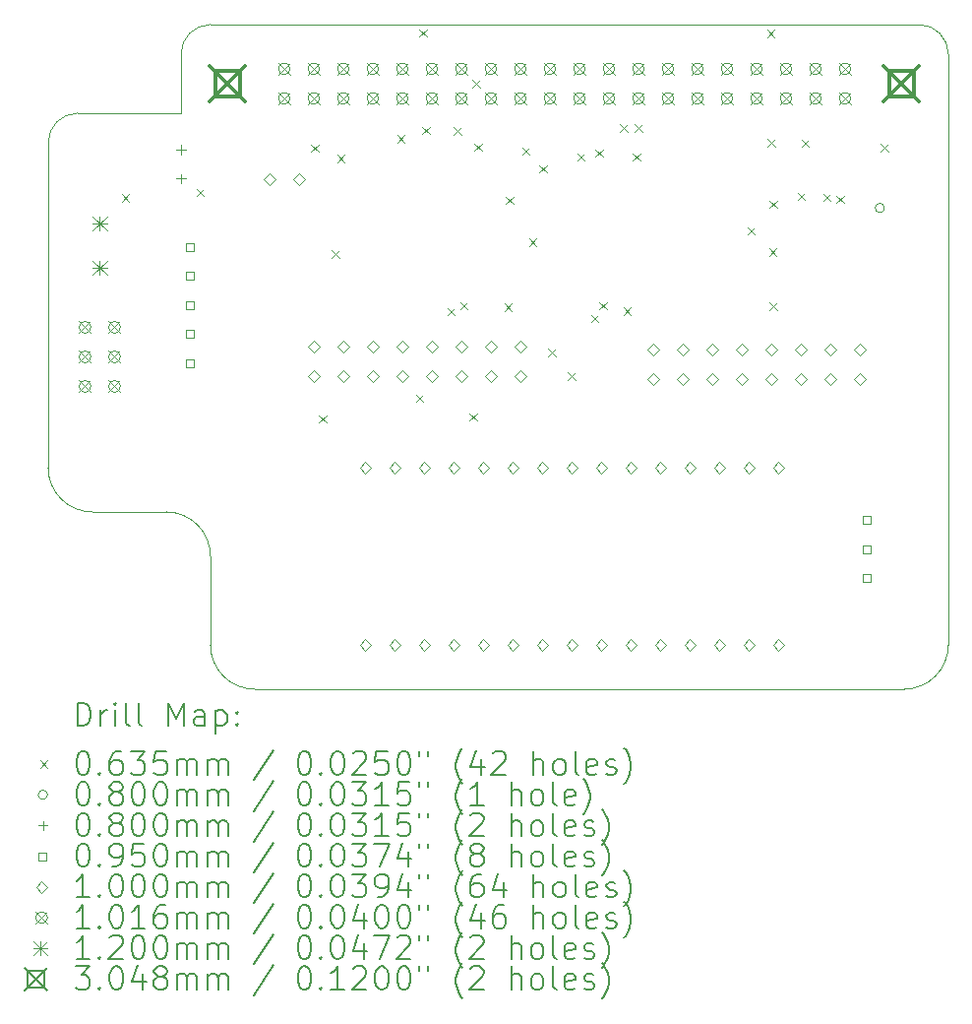
<source format=gbr>
%FSLAX45Y45*%
G04 Gerber Fmt 4.5, Leading zero omitted, Abs format (unit mm)*
G04 Created by KiCad (PCBNEW 6.0.5) date 2022-05-12 16:15:44*
%MOMM*%
%LPD*%
G01*
G04 APERTURE LIST*
%TA.AperFunction,Profile*%
%ADD10C,0.100000*%
%TD*%
%ADD11C,0.200000*%
%ADD12C,0.063500*%
%ADD13C,0.080000*%
%ADD14C,0.095000*%
%ADD15C,0.100000*%
%ADD16C,0.101600*%
%ADD17C,0.120000*%
%ADD18C,0.304800*%
G04 APERTURE END LIST*
D10*
X9779000Y-7874000D02*
X9144000Y-7874000D01*
X9017000Y-4445000D02*
G75*
G03*
X8763000Y-4699000I0J-254000D01*
G01*
X16510000Y-3937000D02*
G75*
G03*
X16256000Y-3683000I-254000J0D01*
G01*
X10160000Y-3683000D02*
G75*
G03*
X9906000Y-3937000I0J-254000D01*
G01*
X10160000Y-9017000D02*
X10160000Y-8255000D01*
X16129000Y-9398000D02*
G75*
G03*
X16510000Y-9017000I0J381000D01*
G01*
X8763000Y-7493000D02*
G75*
G03*
X9144000Y-7874000I381000J0D01*
G01*
X8763000Y-7493000D02*
X8763000Y-4699000D01*
X16129000Y-9398000D02*
X10541000Y-9398000D01*
X10160000Y-8255000D02*
G75*
G03*
X9779000Y-7874000I-381000J0D01*
G01*
X16510000Y-9017000D02*
X16510000Y-3937000D01*
X10160000Y-9017000D02*
G75*
G03*
X10541000Y-9398000I381000J0D01*
G01*
X9017000Y-4445000D02*
X9906000Y-4445000D01*
X10160000Y-3683000D02*
X16256000Y-3683000D01*
X9906000Y-4445000D02*
X9906000Y-3937000D01*
D11*
D12*
X9396550Y-5140660D02*
X9460050Y-5204160D01*
X9460050Y-5140660D02*
X9396550Y-5204160D01*
X10042020Y-5095170D02*
X10105520Y-5158670D01*
X10105520Y-5095170D02*
X10042020Y-5158670D01*
X11027490Y-4716430D02*
X11090990Y-4779930D01*
X11090990Y-4716430D02*
X11027490Y-4779930D01*
X11094500Y-7043820D02*
X11158000Y-7107320D01*
X11158000Y-7043820D02*
X11094500Y-7107320D01*
X11204940Y-5622900D02*
X11268440Y-5686400D01*
X11268440Y-5622900D02*
X11204940Y-5686400D01*
X11252710Y-4802970D02*
X11316210Y-4866470D01*
X11316210Y-4802970D02*
X11252710Y-4866470D01*
X11767790Y-4635640D02*
X11831290Y-4699140D01*
X11831290Y-4635640D02*
X11767790Y-4699140D01*
X11927990Y-6866850D02*
X11991490Y-6930350D01*
X11991490Y-6866850D02*
X11927990Y-6930350D01*
X11957500Y-3725000D02*
X12021000Y-3788500D01*
X12021000Y-3725000D02*
X11957500Y-3788500D01*
X11981380Y-4563050D02*
X12044880Y-4626550D01*
X12044880Y-4563050D02*
X11981380Y-4626550D01*
X12197380Y-6119870D02*
X12260880Y-6183370D01*
X12260880Y-6119870D02*
X12197380Y-6183370D01*
X12253570Y-4567000D02*
X12317070Y-4630500D01*
X12317070Y-4567000D02*
X12253570Y-4630500D01*
X12310670Y-6070000D02*
X12374170Y-6133500D01*
X12374170Y-6070000D02*
X12310670Y-6133500D01*
X12389000Y-7026860D02*
X12452500Y-7090360D01*
X12452500Y-7026860D02*
X12389000Y-7090360D01*
X12413000Y-4161750D02*
X12476500Y-4225250D01*
X12476500Y-4161750D02*
X12413000Y-4225250D01*
X12433820Y-4704700D02*
X12497320Y-4768200D01*
X12497320Y-4704700D02*
X12433820Y-4768200D01*
X12689840Y-6081980D02*
X12753340Y-6145480D01*
X12753340Y-6081980D02*
X12689840Y-6145480D01*
X12703270Y-5165160D02*
X12766770Y-5228660D01*
X12766770Y-5165160D02*
X12703270Y-5228660D01*
X12842100Y-4738840D02*
X12905600Y-4802340D01*
X12905600Y-4738840D02*
X12842100Y-4802340D01*
X12900550Y-5522930D02*
X12964050Y-5586430D01*
X12964050Y-5522930D02*
X12900550Y-5586430D01*
X12991440Y-4890670D02*
X13054940Y-4954170D01*
X13054940Y-4890670D02*
X12991440Y-4954170D01*
X13067080Y-6470990D02*
X13130580Y-6534490D01*
X13130580Y-6470990D02*
X13067080Y-6534490D01*
X13236610Y-6675280D02*
X13300110Y-6738780D01*
X13300110Y-6675280D02*
X13236610Y-6738780D01*
X13316750Y-4791740D02*
X13380250Y-4855240D01*
X13380250Y-4791740D02*
X13316750Y-4855240D01*
X13435180Y-6181070D02*
X13498680Y-6244570D01*
X13498680Y-6181070D02*
X13435180Y-6244570D01*
X13472220Y-4758030D02*
X13535720Y-4821530D01*
X13535720Y-4758030D02*
X13472220Y-4821530D01*
X13508970Y-6068580D02*
X13572470Y-6132080D01*
X13572470Y-6068580D02*
X13508970Y-6132080D01*
X13683460Y-4540630D02*
X13746960Y-4604130D01*
X13746960Y-4540630D02*
X13683460Y-4604130D01*
X13713230Y-6113840D02*
X13776730Y-6177340D01*
X13776730Y-6113840D02*
X13713230Y-6177340D01*
X13795740Y-4790040D02*
X13859240Y-4853540D01*
X13859240Y-4790040D02*
X13795740Y-4853540D01*
X13811250Y-4542280D02*
X13874750Y-4605780D01*
X13874750Y-4542280D02*
X13811250Y-4605780D01*
X14779420Y-5424460D02*
X14842920Y-5487960D01*
X14842920Y-5424460D02*
X14779420Y-5487960D01*
X14951660Y-3729490D02*
X15015160Y-3792990D01*
X15015160Y-3729490D02*
X14951660Y-3792990D01*
X14954250Y-4667250D02*
X15017750Y-4730750D01*
X15017750Y-4667250D02*
X14954250Y-4730750D01*
X14969180Y-5607590D02*
X15032680Y-5671090D01*
X15032680Y-5607590D02*
X14969180Y-5671090D01*
X14971080Y-6074990D02*
X15034580Y-6138490D01*
X15034580Y-6074990D02*
X14971080Y-6138490D01*
X14973770Y-5195650D02*
X15037270Y-5259150D01*
X15037270Y-5195650D02*
X14973770Y-5259150D01*
X15211370Y-5128790D02*
X15274870Y-5192290D01*
X15274870Y-5128790D02*
X15211370Y-5192290D01*
X15246420Y-4674070D02*
X15309920Y-4737570D01*
X15309920Y-4674070D02*
X15246420Y-4737570D01*
X15431400Y-5137390D02*
X15494900Y-5200890D01*
X15494900Y-5137390D02*
X15431400Y-5200890D01*
X15545820Y-5155740D02*
X15609320Y-5219240D01*
X15609320Y-5155740D02*
X15545820Y-5219240D01*
X15930160Y-4711060D02*
X15993660Y-4774560D01*
X15993660Y-4711060D02*
X15930160Y-4774560D01*
D13*
X15960460Y-5260530D02*
G75*
G03*
X15960460Y-5260530I-40000J0D01*
G01*
X9906000Y-4717740D02*
X9906000Y-4797740D01*
X9866000Y-4757740D02*
X9946000Y-4757740D01*
X9906000Y-4967740D02*
X9906000Y-5047740D01*
X9866000Y-5007740D02*
X9946000Y-5007740D01*
D14*
X10014088Y-5629588D02*
X10014088Y-5562412D01*
X9946912Y-5562412D01*
X9946912Y-5629588D01*
X10014088Y-5629588D01*
X10014088Y-5879588D02*
X10014088Y-5812412D01*
X9946912Y-5812412D01*
X9946912Y-5879588D01*
X10014088Y-5879588D01*
X10014088Y-6129588D02*
X10014088Y-6062412D01*
X9946912Y-6062412D01*
X9946912Y-6129588D01*
X10014088Y-6129588D01*
X10014088Y-6379588D02*
X10014088Y-6312412D01*
X9946912Y-6312412D01*
X9946912Y-6379588D01*
X10014088Y-6379588D01*
X10014088Y-6629588D02*
X10014088Y-6562412D01*
X9946912Y-6562412D01*
X9946912Y-6629588D01*
X10014088Y-6629588D01*
X15845088Y-7979088D02*
X15845088Y-7911912D01*
X15777912Y-7911912D01*
X15777912Y-7979088D01*
X15845088Y-7979088D01*
X15845088Y-8229088D02*
X15845088Y-8161912D01*
X15777912Y-8161912D01*
X15777912Y-8229088D01*
X15845088Y-8229088D01*
X15845088Y-8479088D02*
X15845088Y-8411912D01*
X15777912Y-8411912D01*
X15777912Y-8479088D01*
X15845088Y-8479088D01*
D15*
X10672000Y-5066500D02*
X10722000Y-5016500D01*
X10672000Y-4966500D01*
X10622000Y-5016500D01*
X10672000Y-5066500D01*
X10922000Y-5066500D02*
X10972000Y-5016500D01*
X10922000Y-4966500D01*
X10872000Y-5016500D01*
X10922000Y-5066500D01*
X11049000Y-6501600D02*
X11099000Y-6451600D01*
X11049000Y-6401600D01*
X10999000Y-6451600D01*
X11049000Y-6501600D01*
X11049000Y-6755600D02*
X11099000Y-6705600D01*
X11049000Y-6655600D01*
X10999000Y-6705600D01*
X11049000Y-6755600D01*
X11303000Y-6501600D02*
X11353000Y-6451600D01*
X11303000Y-6401600D01*
X11253000Y-6451600D01*
X11303000Y-6501600D01*
X11303000Y-6755600D02*
X11353000Y-6705600D01*
X11303000Y-6655600D01*
X11253000Y-6705600D01*
X11303000Y-6755600D01*
X11493500Y-7544000D02*
X11543500Y-7494000D01*
X11493500Y-7444000D01*
X11443500Y-7494000D01*
X11493500Y-7544000D01*
X11493500Y-9068000D02*
X11543500Y-9018000D01*
X11493500Y-8968000D01*
X11443500Y-9018000D01*
X11493500Y-9068000D01*
X11557000Y-6501600D02*
X11607000Y-6451600D01*
X11557000Y-6401600D01*
X11507000Y-6451600D01*
X11557000Y-6501600D01*
X11557000Y-6755600D02*
X11607000Y-6705600D01*
X11557000Y-6655600D01*
X11507000Y-6705600D01*
X11557000Y-6755600D01*
X11747500Y-7544000D02*
X11797500Y-7494000D01*
X11747500Y-7444000D01*
X11697500Y-7494000D01*
X11747500Y-7544000D01*
X11747500Y-9068000D02*
X11797500Y-9018000D01*
X11747500Y-8968000D01*
X11697500Y-9018000D01*
X11747500Y-9068000D01*
X11811000Y-6501600D02*
X11861000Y-6451600D01*
X11811000Y-6401600D01*
X11761000Y-6451600D01*
X11811000Y-6501600D01*
X11811000Y-6755600D02*
X11861000Y-6705600D01*
X11811000Y-6655600D01*
X11761000Y-6705600D01*
X11811000Y-6755600D01*
X12001500Y-7544000D02*
X12051500Y-7494000D01*
X12001500Y-7444000D01*
X11951500Y-7494000D01*
X12001500Y-7544000D01*
X12001500Y-9068000D02*
X12051500Y-9018000D01*
X12001500Y-8968000D01*
X11951500Y-9018000D01*
X12001500Y-9068000D01*
X12065000Y-6501600D02*
X12115000Y-6451600D01*
X12065000Y-6401600D01*
X12015000Y-6451600D01*
X12065000Y-6501600D01*
X12065000Y-6755600D02*
X12115000Y-6705600D01*
X12065000Y-6655600D01*
X12015000Y-6705600D01*
X12065000Y-6755600D01*
X12255500Y-7544000D02*
X12305500Y-7494000D01*
X12255500Y-7444000D01*
X12205500Y-7494000D01*
X12255500Y-7544000D01*
X12255500Y-9068000D02*
X12305500Y-9018000D01*
X12255500Y-8968000D01*
X12205500Y-9018000D01*
X12255500Y-9068000D01*
X12319000Y-6501600D02*
X12369000Y-6451600D01*
X12319000Y-6401600D01*
X12269000Y-6451600D01*
X12319000Y-6501600D01*
X12319000Y-6755600D02*
X12369000Y-6705600D01*
X12319000Y-6655600D01*
X12269000Y-6705600D01*
X12319000Y-6755600D01*
X12509500Y-7544000D02*
X12559500Y-7494000D01*
X12509500Y-7444000D01*
X12459500Y-7494000D01*
X12509500Y-7544000D01*
X12509500Y-9068000D02*
X12559500Y-9018000D01*
X12509500Y-8968000D01*
X12459500Y-9018000D01*
X12509500Y-9068000D01*
X12573000Y-6501600D02*
X12623000Y-6451600D01*
X12573000Y-6401600D01*
X12523000Y-6451600D01*
X12573000Y-6501600D01*
X12573000Y-6755600D02*
X12623000Y-6705600D01*
X12573000Y-6655600D01*
X12523000Y-6705600D01*
X12573000Y-6755600D01*
X12763500Y-7544000D02*
X12813500Y-7494000D01*
X12763500Y-7444000D01*
X12713500Y-7494000D01*
X12763500Y-7544000D01*
X12763500Y-9068000D02*
X12813500Y-9018000D01*
X12763500Y-8968000D01*
X12713500Y-9018000D01*
X12763500Y-9068000D01*
X12827000Y-6501600D02*
X12877000Y-6451600D01*
X12827000Y-6401600D01*
X12777000Y-6451600D01*
X12827000Y-6501600D01*
X12827000Y-6755600D02*
X12877000Y-6705600D01*
X12827000Y-6655600D01*
X12777000Y-6705600D01*
X12827000Y-6755600D01*
X13017500Y-7544000D02*
X13067500Y-7494000D01*
X13017500Y-7444000D01*
X12967500Y-7494000D01*
X13017500Y-7544000D01*
X13017500Y-9068000D02*
X13067500Y-9018000D01*
X13017500Y-8968000D01*
X12967500Y-9018000D01*
X13017500Y-9068000D01*
X13271500Y-7544000D02*
X13321500Y-7494000D01*
X13271500Y-7444000D01*
X13221500Y-7494000D01*
X13271500Y-7544000D01*
X13271500Y-9068000D02*
X13321500Y-9018000D01*
X13271500Y-8968000D01*
X13221500Y-9018000D01*
X13271500Y-9068000D01*
X13525500Y-7544000D02*
X13575500Y-7494000D01*
X13525500Y-7444000D01*
X13475500Y-7494000D01*
X13525500Y-7544000D01*
X13525500Y-9068000D02*
X13575500Y-9018000D01*
X13525500Y-8968000D01*
X13475500Y-9018000D01*
X13525500Y-9068000D01*
X13779500Y-7544000D02*
X13829500Y-7494000D01*
X13779500Y-7444000D01*
X13729500Y-7494000D01*
X13779500Y-7544000D01*
X13779500Y-9068000D02*
X13829500Y-9018000D01*
X13779500Y-8968000D01*
X13729500Y-9018000D01*
X13779500Y-9068000D01*
X13970000Y-6527000D02*
X14020000Y-6477000D01*
X13970000Y-6427000D01*
X13920000Y-6477000D01*
X13970000Y-6527000D01*
X13970000Y-6781000D02*
X14020000Y-6731000D01*
X13970000Y-6681000D01*
X13920000Y-6731000D01*
X13970000Y-6781000D01*
X14033500Y-7544000D02*
X14083500Y-7494000D01*
X14033500Y-7444000D01*
X13983500Y-7494000D01*
X14033500Y-7544000D01*
X14033500Y-9068000D02*
X14083500Y-9018000D01*
X14033500Y-8968000D01*
X13983500Y-9018000D01*
X14033500Y-9068000D01*
X14224000Y-6527000D02*
X14274000Y-6477000D01*
X14224000Y-6427000D01*
X14174000Y-6477000D01*
X14224000Y-6527000D01*
X14224000Y-6781000D02*
X14274000Y-6731000D01*
X14224000Y-6681000D01*
X14174000Y-6731000D01*
X14224000Y-6781000D01*
X14287500Y-7544000D02*
X14337500Y-7494000D01*
X14287500Y-7444000D01*
X14237500Y-7494000D01*
X14287500Y-7544000D01*
X14287500Y-9068000D02*
X14337500Y-9018000D01*
X14287500Y-8968000D01*
X14237500Y-9018000D01*
X14287500Y-9068000D01*
X14478000Y-6527000D02*
X14528000Y-6477000D01*
X14478000Y-6427000D01*
X14428000Y-6477000D01*
X14478000Y-6527000D01*
X14478000Y-6781000D02*
X14528000Y-6731000D01*
X14478000Y-6681000D01*
X14428000Y-6731000D01*
X14478000Y-6781000D01*
X14541500Y-7544000D02*
X14591500Y-7494000D01*
X14541500Y-7444000D01*
X14491500Y-7494000D01*
X14541500Y-7544000D01*
X14541500Y-9068000D02*
X14591500Y-9018000D01*
X14541500Y-8968000D01*
X14491500Y-9018000D01*
X14541500Y-9068000D01*
X14732000Y-6527000D02*
X14782000Y-6477000D01*
X14732000Y-6427000D01*
X14682000Y-6477000D01*
X14732000Y-6527000D01*
X14732000Y-6781000D02*
X14782000Y-6731000D01*
X14732000Y-6681000D01*
X14682000Y-6731000D01*
X14732000Y-6781000D01*
X14795500Y-7544000D02*
X14845500Y-7494000D01*
X14795500Y-7444000D01*
X14745500Y-7494000D01*
X14795500Y-7544000D01*
X14795500Y-9068000D02*
X14845500Y-9018000D01*
X14795500Y-8968000D01*
X14745500Y-9018000D01*
X14795500Y-9068000D01*
X14986000Y-6527000D02*
X15036000Y-6477000D01*
X14986000Y-6427000D01*
X14936000Y-6477000D01*
X14986000Y-6527000D01*
X14986000Y-6781000D02*
X15036000Y-6731000D01*
X14986000Y-6681000D01*
X14936000Y-6731000D01*
X14986000Y-6781000D01*
X15049500Y-7544000D02*
X15099500Y-7494000D01*
X15049500Y-7444000D01*
X14999500Y-7494000D01*
X15049500Y-7544000D01*
X15049500Y-9068000D02*
X15099500Y-9018000D01*
X15049500Y-8968000D01*
X14999500Y-9018000D01*
X15049500Y-9068000D01*
X15240000Y-6527000D02*
X15290000Y-6477000D01*
X15240000Y-6427000D01*
X15190000Y-6477000D01*
X15240000Y-6527000D01*
X15240000Y-6781000D02*
X15290000Y-6731000D01*
X15240000Y-6681000D01*
X15190000Y-6731000D01*
X15240000Y-6781000D01*
X15494000Y-6527000D02*
X15544000Y-6477000D01*
X15494000Y-6427000D01*
X15444000Y-6477000D01*
X15494000Y-6527000D01*
X15494000Y-6781000D02*
X15544000Y-6731000D01*
X15494000Y-6681000D01*
X15444000Y-6731000D01*
X15494000Y-6781000D01*
X15748000Y-6527000D02*
X15798000Y-6477000D01*
X15748000Y-6427000D01*
X15698000Y-6477000D01*
X15748000Y-6527000D01*
X15748000Y-6781000D02*
X15798000Y-6731000D01*
X15748000Y-6681000D01*
X15698000Y-6731000D01*
X15748000Y-6781000D01*
D16*
X9029700Y-6235700D02*
X9131300Y-6337300D01*
X9131300Y-6235700D02*
X9029700Y-6337300D01*
X9131300Y-6286500D02*
G75*
G03*
X9131300Y-6286500I-50800J0D01*
G01*
X9029700Y-6489700D02*
X9131300Y-6591300D01*
X9131300Y-6489700D02*
X9029700Y-6591300D01*
X9131300Y-6540500D02*
G75*
G03*
X9131300Y-6540500I-50800J0D01*
G01*
X9029700Y-6743700D02*
X9131300Y-6845300D01*
X9131300Y-6743700D02*
X9029700Y-6845300D01*
X9131300Y-6794500D02*
G75*
G03*
X9131300Y-6794500I-50800J0D01*
G01*
X9283700Y-6235700D02*
X9385300Y-6337300D01*
X9385300Y-6235700D02*
X9283700Y-6337300D01*
X9385300Y-6286500D02*
G75*
G03*
X9385300Y-6286500I-50800J0D01*
G01*
X9283700Y-6489700D02*
X9385300Y-6591300D01*
X9385300Y-6489700D02*
X9283700Y-6591300D01*
X9385300Y-6540500D02*
G75*
G03*
X9385300Y-6540500I-50800J0D01*
G01*
X9283700Y-6743700D02*
X9385300Y-6845300D01*
X9385300Y-6743700D02*
X9283700Y-6845300D01*
X9385300Y-6794500D02*
G75*
G03*
X9385300Y-6794500I-50800J0D01*
G01*
X10744200Y-4013200D02*
X10845800Y-4114800D01*
X10845800Y-4013200D02*
X10744200Y-4114800D01*
X10845800Y-4064000D02*
G75*
G03*
X10845800Y-4064000I-50800J0D01*
G01*
X10744200Y-4267200D02*
X10845800Y-4368800D01*
X10845800Y-4267200D02*
X10744200Y-4368800D01*
X10845800Y-4318000D02*
G75*
G03*
X10845800Y-4318000I-50800J0D01*
G01*
X10998200Y-4013200D02*
X11099800Y-4114800D01*
X11099800Y-4013200D02*
X10998200Y-4114800D01*
X11099800Y-4064000D02*
G75*
G03*
X11099800Y-4064000I-50800J0D01*
G01*
X10998200Y-4267200D02*
X11099800Y-4368800D01*
X11099800Y-4267200D02*
X10998200Y-4368800D01*
X11099800Y-4318000D02*
G75*
G03*
X11099800Y-4318000I-50800J0D01*
G01*
X11252200Y-4013200D02*
X11353800Y-4114800D01*
X11353800Y-4013200D02*
X11252200Y-4114800D01*
X11353800Y-4064000D02*
G75*
G03*
X11353800Y-4064000I-50800J0D01*
G01*
X11252200Y-4267200D02*
X11353800Y-4368800D01*
X11353800Y-4267200D02*
X11252200Y-4368800D01*
X11353800Y-4318000D02*
G75*
G03*
X11353800Y-4318000I-50800J0D01*
G01*
X11506200Y-4013200D02*
X11607800Y-4114800D01*
X11607800Y-4013200D02*
X11506200Y-4114800D01*
X11607800Y-4064000D02*
G75*
G03*
X11607800Y-4064000I-50800J0D01*
G01*
X11506200Y-4267200D02*
X11607800Y-4368800D01*
X11607800Y-4267200D02*
X11506200Y-4368800D01*
X11607800Y-4318000D02*
G75*
G03*
X11607800Y-4318000I-50800J0D01*
G01*
X11760200Y-4013200D02*
X11861800Y-4114800D01*
X11861800Y-4013200D02*
X11760200Y-4114800D01*
X11861800Y-4064000D02*
G75*
G03*
X11861800Y-4064000I-50800J0D01*
G01*
X11760200Y-4267200D02*
X11861800Y-4368800D01*
X11861800Y-4267200D02*
X11760200Y-4368800D01*
X11861800Y-4318000D02*
G75*
G03*
X11861800Y-4318000I-50800J0D01*
G01*
X12014200Y-4013200D02*
X12115800Y-4114800D01*
X12115800Y-4013200D02*
X12014200Y-4114800D01*
X12115800Y-4064000D02*
G75*
G03*
X12115800Y-4064000I-50800J0D01*
G01*
X12014200Y-4267200D02*
X12115800Y-4368800D01*
X12115800Y-4267200D02*
X12014200Y-4368800D01*
X12115800Y-4318000D02*
G75*
G03*
X12115800Y-4318000I-50800J0D01*
G01*
X12268200Y-4013200D02*
X12369800Y-4114800D01*
X12369800Y-4013200D02*
X12268200Y-4114800D01*
X12369800Y-4064000D02*
G75*
G03*
X12369800Y-4064000I-50800J0D01*
G01*
X12268200Y-4267200D02*
X12369800Y-4368800D01*
X12369800Y-4267200D02*
X12268200Y-4368800D01*
X12369800Y-4318000D02*
G75*
G03*
X12369800Y-4318000I-50800J0D01*
G01*
X12522200Y-4013200D02*
X12623800Y-4114800D01*
X12623800Y-4013200D02*
X12522200Y-4114800D01*
X12623800Y-4064000D02*
G75*
G03*
X12623800Y-4064000I-50800J0D01*
G01*
X12522200Y-4267200D02*
X12623800Y-4368800D01*
X12623800Y-4267200D02*
X12522200Y-4368800D01*
X12623800Y-4318000D02*
G75*
G03*
X12623800Y-4318000I-50800J0D01*
G01*
X12776200Y-4013200D02*
X12877800Y-4114800D01*
X12877800Y-4013200D02*
X12776200Y-4114800D01*
X12877800Y-4064000D02*
G75*
G03*
X12877800Y-4064000I-50800J0D01*
G01*
X12776200Y-4267200D02*
X12877800Y-4368800D01*
X12877800Y-4267200D02*
X12776200Y-4368800D01*
X12877800Y-4318000D02*
G75*
G03*
X12877800Y-4318000I-50800J0D01*
G01*
X13030200Y-4013200D02*
X13131800Y-4114800D01*
X13131800Y-4013200D02*
X13030200Y-4114800D01*
X13131800Y-4064000D02*
G75*
G03*
X13131800Y-4064000I-50800J0D01*
G01*
X13030200Y-4267200D02*
X13131800Y-4368800D01*
X13131800Y-4267200D02*
X13030200Y-4368800D01*
X13131800Y-4318000D02*
G75*
G03*
X13131800Y-4318000I-50800J0D01*
G01*
X13284200Y-4013200D02*
X13385800Y-4114800D01*
X13385800Y-4013200D02*
X13284200Y-4114800D01*
X13385800Y-4064000D02*
G75*
G03*
X13385800Y-4064000I-50800J0D01*
G01*
X13284200Y-4267200D02*
X13385800Y-4368800D01*
X13385800Y-4267200D02*
X13284200Y-4368800D01*
X13385800Y-4318000D02*
G75*
G03*
X13385800Y-4318000I-50800J0D01*
G01*
X13538200Y-4013200D02*
X13639800Y-4114800D01*
X13639800Y-4013200D02*
X13538200Y-4114800D01*
X13639800Y-4064000D02*
G75*
G03*
X13639800Y-4064000I-50800J0D01*
G01*
X13538200Y-4267200D02*
X13639800Y-4368800D01*
X13639800Y-4267200D02*
X13538200Y-4368800D01*
X13639800Y-4318000D02*
G75*
G03*
X13639800Y-4318000I-50800J0D01*
G01*
X13792200Y-4013200D02*
X13893800Y-4114800D01*
X13893800Y-4013200D02*
X13792200Y-4114800D01*
X13893800Y-4064000D02*
G75*
G03*
X13893800Y-4064000I-50800J0D01*
G01*
X13792200Y-4267200D02*
X13893800Y-4368800D01*
X13893800Y-4267200D02*
X13792200Y-4368800D01*
X13893800Y-4318000D02*
G75*
G03*
X13893800Y-4318000I-50800J0D01*
G01*
X14046200Y-4013200D02*
X14147800Y-4114800D01*
X14147800Y-4013200D02*
X14046200Y-4114800D01*
X14147800Y-4064000D02*
G75*
G03*
X14147800Y-4064000I-50800J0D01*
G01*
X14046200Y-4267200D02*
X14147800Y-4368800D01*
X14147800Y-4267200D02*
X14046200Y-4368800D01*
X14147800Y-4318000D02*
G75*
G03*
X14147800Y-4318000I-50800J0D01*
G01*
X14300200Y-4013200D02*
X14401800Y-4114800D01*
X14401800Y-4013200D02*
X14300200Y-4114800D01*
X14401800Y-4064000D02*
G75*
G03*
X14401800Y-4064000I-50800J0D01*
G01*
X14300200Y-4267200D02*
X14401800Y-4368800D01*
X14401800Y-4267200D02*
X14300200Y-4368800D01*
X14401800Y-4318000D02*
G75*
G03*
X14401800Y-4318000I-50800J0D01*
G01*
X14554200Y-4013200D02*
X14655800Y-4114800D01*
X14655800Y-4013200D02*
X14554200Y-4114800D01*
X14655800Y-4064000D02*
G75*
G03*
X14655800Y-4064000I-50800J0D01*
G01*
X14554200Y-4267200D02*
X14655800Y-4368800D01*
X14655800Y-4267200D02*
X14554200Y-4368800D01*
X14655800Y-4318000D02*
G75*
G03*
X14655800Y-4318000I-50800J0D01*
G01*
X14808200Y-4013200D02*
X14909800Y-4114800D01*
X14909800Y-4013200D02*
X14808200Y-4114800D01*
X14909800Y-4064000D02*
G75*
G03*
X14909800Y-4064000I-50800J0D01*
G01*
X14808200Y-4267200D02*
X14909800Y-4368800D01*
X14909800Y-4267200D02*
X14808200Y-4368800D01*
X14909800Y-4318000D02*
G75*
G03*
X14909800Y-4318000I-50800J0D01*
G01*
X15062200Y-4013200D02*
X15163800Y-4114800D01*
X15163800Y-4013200D02*
X15062200Y-4114800D01*
X15163800Y-4064000D02*
G75*
G03*
X15163800Y-4064000I-50800J0D01*
G01*
X15062200Y-4267200D02*
X15163800Y-4368800D01*
X15163800Y-4267200D02*
X15062200Y-4368800D01*
X15163800Y-4318000D02*
G75*
G03*
X15163800Y-4318000I-50800J0D01*
G01*
X15316200Y-4013200D02*
X15417800Y-4114800D01*
X15417800Y-4013200D02*
X15316200Y-4114800D01*
X15417800Y-4064000D02*
G75*
G03*
X15417800Y-4064000I-50800J0D01*
G01*
X15316200Y-4267200D02*
X15417800Y-4368800D01*
X15417800Y-4267200D02*
X15316200Y-4368800D01*
X15417800Y-4318000D02*
G75*
G03*
X15417800Y-4318000I-50800J0D01*
G01*
X15570200Y-4013200D02*
X15671800Y-4114800D01*
X15671800Y-4013200D02*
X15570200Y-4114800D01*
X15671800Y-4064000D02*
G75*
G03*
X15671800Y-4064000I-50800J0D01*
G01*
X15570200Y-4267200D02*
X15671800Y-4368800D01*
X15671800Y-4267200D02*
X15570200Y-4368800D01*
X15671800Y-4318000D02*
G75*
G03*
X15671800Y-4318000I-50800J0D01*
G01*
D17*
X9148000Y-5337500D02*
X9268000Y-5457500D01*
X9268000Y-5337500D02*
X9148000Y-5457500D01*
X9208000Y-5337500D02*
X9208000Y-5457500D01*
X9148000Y-5397500D02*
X9268000Y-5397500D01*
X9148000Y-5718500D02*
X9268000Y-5838500D01*
X9268000Y-5718500D02*
X9148000Y-5838500D01*
X9208000Y-5718500D02*
X9208000Y-5838500D01*
X9148000Y-5778500D02*
X9268000Y-5778500D01*
D18*
X10155600Y-4038600D02*
X10460400Y-4343400D01*
X10460400Y-4038600D02*
X10155600Y-4343400D01*
X10415764Y-4298764D02*
X10415764Y-4083236D01*
X10200236Y-4083236D01*
X10200236Y-4298764D01*
X10415764Y-4298764D01*
X15955600Y-4038600D02*
X16260400Y-4343400D01*
X16260400Y-4038600D02*
X15955600Y-4343400D01*
X16215764Y-4298764D02*
X16215764Y-4083236D01*
X16000236Y-4083236D01*
X16000236Y-4298764D01*
X16215764Y-4298764D01*
D11*
X9015619Y-9713476D02*
X9015619Y-9513476D01*
X9063238Y-9513476D01*
X9091810Y-9523000D01*
X9110857Y-9542048D01*
X9120381Y-9561095D01*
X9129905Y-9599190D01*
X9129905Y-9627762D01*
X9120381Y-9665857D01*
X9110857Y-9684905D01*
X9091810Y-9703952D01*
X9063238Y-9713476D01*
X9015619Y-9713476D01*
X9215619Y-9713476D02*
X9215619Y-9580143D01*
X9215619Y-9618238D02*
X9225143Y-9599190D01*
X9234667Y-9589667D01*
X9253714Y-9580143D01*
X9272762Y-9580143D01*
X9339429Y-9713476D02*
X9339429Y-9580143D01*
X9339429Y-9513476D02*
X9329905Y-9523000D01*
X9339429Y-9532524D01*
X9348952Y-9523000D01*
X9339429Y-9513476D01*
X9339429Y-9532524D01*
X9463238Y-9713476D02*
X9444190Y-9703952D01*
X9434667Y-9684905D01*
X9434667Y-9513476D01*
X9568000Y-9713476D02*
X9548952Y-9703952D01*
X9539429Y-9684905D01*
X9539429Y-9513476D01*
X9796571Y-9713476D02*
X9796571Y-9513476D01*
X9863238Y-9656333D01*
X9929905Y-9513476D01*
X9929905Y-9713476D01*
X10110857Y-9713476D02*
X10110857Y-9608714D01*
X10101333Y-9589667D01*
X10082286Y-9580143D01*
X10044190Y-9580143D01*
X10025143Y-9589667D01*
X10110857Y-9703952D02*
X10091810Y-9713476D01*
X10044190Y-9713476D01*
X10025143Y-9703952D01*
X10015619Y-9684905D01*
X10015619Y-9665857D01*
X10025143Y-9646810D01*
X10044190Y-9637286D01*
X10091810Y-9637286D01*
X10110857Y-9627762D01*
X10206095Y-9580143D02*
X10206095Y-9780143D01*
X10206095Y-9589667D02*
X10225143Y-9580143D01*
X10263238Y-9580143D01*
X10282286Y-9589667D01*
X10291810Y-9599190D01*
X10301333Y-9618238D01*
X10301333Y-9675381D01*
X10291810Y-9694429D01*
X10282286Y-9703952D01*
X10263238Y-9713476D01*
X10225143Y-9713476D01*
X10206095Y-9703952D01*
X10387048Y-9694429D02*
X10396571Y-9703952D01*
X10387048Y-9713476D01*
X10377524Y-9703952D01*
X10387048Y-9694429D01*
X10387048Y-9713476D01*
X10387048Y-9589667D02*
X10396571Y-9599190D01*
X10387048Y-9608714D01*
X10377524Y-9599190D01*
X10387048Y-9589667D01*
X10387048Y-9608714D01*
D12*
X8694500Y-10011250D02*
X8758000Y-10074750D01*
X8758000Y-10011250D02*
X8694500Y-10074750D01*
D11*
X9053714Y-9933476D02*
X9072762Y-9933476D01*
X9091810Y-9943000D01*
X9101333Y-9952524D01*
X9110857Y-9971571D01*
X9120381Y-10009667D01*
X9120381Y-10057286D01*
X9110857Y-10095381D01*
X9101333Y-10114429D01*
X9091810Y-10123952D01*
X9072762Y-10133476D01*
X9053714Y-10133476D01*
X9034667Y-10123952D01*
X9025143Y-10114429D01*
X9015619Y-10095381D01*
X9006095Y-10057286D01*
X9006095Y-10009667D01*
X9015619Y-9971571D01*
X9025143Y-9952524D01*
X9034667Y-9943000D01*
X9053714Y-9933476D01*
X9206095Y-10114429D02*
X9215619Y-10123952D01*
X9206095Y-10133476D01*
X9196571Y-10123952D01*
X9206095Y-10114429D01*
X9206095Y-10133476D01*
X9387048Y-9933476D02*
X9348952Y-9933476D01*
X9329905Y-9943000D01*
X9320381Y-9952524D01*
X9301333Y-9981095D01*
X9291810Y-10019190D01*
X9291810Y-10095381D01*
X9301333Y-10114429D01*
X9310857Y-10123952D01*
X9329905Y-10133476D01*
X9368000Y-10133476D01*
X9387048Y-10123952D01*
X9396571Y-10114429D01*
X9406095Y-10095381D01*
X9406095Y-10047762D01*
X9396571Y-10028714D01*
X9387048Y-10019190D01*
X9368000Y-10009667D01*
X9329905Y-10009667D01*
X9310857Y-10019190D01*
X9301333Y-10028714D01*
X9291810Y-10047762D01*
X9472762Y-9933476D02*
X9596571Y-9933476D01*
X9529905Y-10009667D01*
X9558476Y-10009667D01*
X9577524Y-10019190D01*
X9587048Y-10028714D01*
X9596571Y-10047762D01*
X9596571Y-10095381D01*
X9587048Y-10114429D01*
X9577524Y-10123952D01*
X9558476Y-10133476D01*
X9501333Y-10133476D01*
X9482286Y-10123952D01*
X9472762Y-10114429D01*
X9777524Y-9933476D02*
X9682286Y-9933476D01*
X9672762Y-10028714D01*
X9682286Y-10019190D01*
X9701333Y-10009667D01*
X9748952Y-10009667D01*
X9768000Y-10019190D01*
X9777524Y-10028714D01*
X9787048Y-10047762D01*
X9787048Y-10095381D01*
X9777524Y-10114429D01*
X9768000Y-10123952D01*
X9748952Y-10133476D01*
X9701333Y-10133476D01*
X9682286Y-10123952D01*
X9672762Y-10114429D01*
X9872762Y-10133476D02*
X9872762Y-10000143D01*
X9872762Y-10019190D02*
X9882286Y-10009667D01*
X9901333Y-10000143D01*
X9929905Y-10000143D01*
X9948952Y-10009667D01*
X9958476Y-10028714D01*
X9958476Y-10133476D01*
X9958476Y-10028714D02*
X9968000Y-10009667D01*
X9987048Y-10000143D01*
X10015619Y-10000143D01*
X10034667Y-10009667D01*
X10044190Y-10028714D01*
X10044190Y-10133476D01*
X10139429Y-10133476D02*
X10139429Y-10000143D01*
X10139429Y-10019190D02*
X10148952Y-10009667D01*
X10168000Y-10000143D01*
X10196571Y-10000143D01*
X10215619Y-10009667D01*
X10225143Y-10028714D01*
X10225143Y-10133476D01*
X10225143Y-10028714D02*
X10234667Y-10009667D01*
X10253714Y-10000143D01*
X10282286Y-10000143D01*
X10301333Y-10009667D01*
X10310857Y-10028714D01*
X10310857Y-10133476D01*
X10701333Y-9923952D02*
X10529905Y-10181095D01*
X10958476Y-9933476D02*
X10977524Y-9933476D01*
X10996571Y-9943000D01*
X11006095Y-9952524D01*
X11015619Y-9971571D01*
X11025143Y-10009667D01*
X11025143Y-10057286D01*
X11015619Y-10095381D01*
X11006095Y-10114429D01*
X10996571Y-10123952D01*
X10977524Y-10133476D01*
X10958476Y-10133476D01*
X10939429Y-10123952D01*
X10929905Y-10114429D01*
X10920381Y-10095381D01*
X10910857Y-10057286D01*
X10910857Y-10009667D01*
X10920381Y-9971571D01*
X10929905Y-9952524D01*
X10939429Y-9943000D01*
X10958476Y-9933476D01*
X11110857Y-10114429D02*
X11120381Y-10123952D01*
X11110857Y-10133476D01*
X11101333Y-10123952D01*
X11110857Y-10114429D01*
X11110857Y-10133476D01*
X11244190Y-9933476D02*
X11263238Y-9933476D01*
X11282286Y-9943000D01*
X11291809Y-9952524D01*
X11301333Y-9971571D01*
X11310857Y-10009667D01*
X11310857Y-10057286D01*
X11301333Y-10095381D01*
X11291809Y-10114429D01*
X11282286Y-10123952D01*
X11263238Y-10133476D01*
X11244190Y-10133476D01*
X11225143Y-10123952D01*
X11215619Y-10114429D01*
X11206095Y-10095381D01*
X11196571Y-10057286D01*
X11196571Y-10009667D01*
X11206095Y-9971571D01*
X11215619Y-9952524D01*
X11225143Y-9943000D01*
X11244190Y-9933476D01*
X11387048Y-9952524D02*
X11396571Y-9943000D01*
X11415619Y-9933476D01*
X11463238Y-9933476D01*
X11482286Y-9943000D01*
X11491809Y-9952524D01*
X11501333Y-9971571D01*
X11501333Y-9990619D01*
X11491809Y-10019190D01*
X11377524Y-10133476D01*
X11501333Y-10133476D01*
X11682286Y-9933476D02*
X11587048Y-9933476D01*
X11577524Y-10028714D01*
X11587048Y-10019190D01*
X11606095Y-10009667D01*
X11653714Y-10009667D01*
X11672762Y-10019190D01*
X11682286Y-10028714D01*
X11691809Y-10047762D01*
X11691809Y-10095381D01*
X11682286Y-10114429D01*
X11672762Y-10123952D01*
X11653714Y-10133476D01*
X11606095Y-10133476D01*
X11587048Y-10123952D01*
X11577524Y-10114429D01*
X11815619Y-9933476D02*
X11834667Y-9933476D01*
X11853714Y-9943000D01*
X11863238Y-9952524D01*
X11872762Y-9971571D01*
X11882286Y-10009667D01*
X11882286Y-10057286D01*
X11872762Y-10095381D01*
X11863238Y-10114429D01*
X11853714Y-10123952D01*
X11834667Y-10133476D01*
X11815619Y-10133476D01*
X11796571Y-10123952D01*
X11787048Y-10114429D01*
X11777524Y-10095381D01*
X11768000Y-10057286D01*
X11768000Y-10009667D01*
X11777524Y-9971571D01*
X11787048Y-9952524D01*
X11796571Y-9943000D01*
X11815619Y-9933476D01*
X11958476Y-9933476D02*
X11958476Y-9971571D01*
X12034667Y-9933476D02*
X12034667Y-9971571D01*
X12329905Y-10209667D02*
X12320381Y-10200143D01*
X12301333Y-10171571D01*
X12291809Y-10152524D01*
X12282286Y-10123952D01*
X12272762Y-10076333D01*
X12272762Y-10038238D01*
X12282286Y-9990619D01*
X12291809Y-9962048D01*
X12301333Y-9943000D01*
X12320381Y-9914429D01*
X12329905Y-9904905D01*
X12491809Y-10000143D02*
X12491809Y-10133476D01*
X12444190Y-9923952D02*
X12396571Y-10066810D01*
X12520381Y-10066810D01*
X12587048Y-9952524D02*
X12596571Y-9943000D01*
X12615619Y-9933476D01*
X12663238Y-9933476D01*
X12682286Y-9943000D01*
X12691809Y-9952524D01*
X12701333Y-9971571D01*
X12701333Y-9990619D01*
X12691809Y-10019190D01*
X12577524Y-10133476D01*
X12701333Y-10133476D01*
X12939428Y-10133476D02*
X12939428Y-9933476D01*
X13025143Y-10133476D02*
X13025143Y-10028714D01*
X13015619Y-10009667D01*
X12996571Y-10000143D01*
X12968000Y-10000143D01*
X12948952Y-10009667D01*
X12939428Y-10019190D01*
X13148952Y-10133476D02*
X13129905Y-10123952D01*
X13120381Y-10114429D01*
X13110857Y-10095381D01*
X13110857Y-10038238D01*
X13120381Y-10019190D01*
X13129905Y-10009667D01*
X13148952Y-10000143D01*
X13177524Y-10000143D01*
X13196571Y-10009667D01*
X13206095Y-10019190D01*
X13215619Y-10038238D01*
X13215619Y-10095381D01*
X13206095Y-10114429D01*
X13196571Y-10123952D01*
X13177524Y-10133476D01*
X13148952Y-10133476D01*
X13329905Y-10133476D02*
X13310857Y-10123952D01*
X13301333Y-10104905D01*
X13301333Y-9933476D01*
X13482286Y-10123952D02*
X13463238Y-10133476D01*
X13425143Y-10133476D01*
X13406095Y-10123952D01*
X13396571Y-10104905D01*
X13396571Y-10028714D01*
X13406095Y-10009667D01*
X13425143Y-10000143D01*
X13463238Y-10000143D01*
X13482286Y-10009667D01*
X13491809Y-10028714D01*
X13491809Y-10047762D01*
X13396571Y-10066810D01*
X13568000Y-10123952D02*
X13587048Y-10133476D01*
X13625143Y-10133476D01*
X13644190Y-10123952D01*
X13653714Y-10104905D01*
X13653714Y-10095381D01*
X13644190Y-10076333D01*
X13625143Y-10066810D01*
X13596571Y-10066810D01*
X13577524Y-10057286D01*
X13568000Y-10038238D01*
X13568000Y-10028714D01*
X13577524Y-10009667D01*
X13596571Y-10000143D01*
X13625143Y-10000143D01*
X13644190Y-10009667D01*
X13720381Y-10209667D02*
X13729905Y-10200143D01*
X13748952Y-10171571D01*
X13758476Y-10152524D01*
X13768000Y-10123952D01*
X13777524Y-10076333D01*
X13777524Y-10038238D01*
X13768000Y-9990619D01*
X13758476Y-9962048D01*
X13748952Y-9943000D01*
X13729905Y-9914429D01*
X13720381Y-9904905D01*
D13*
X8758000Y-10307000D02*
G75*
G03*
X8758000Y-10307000I-40000J0D01*
G01*
D11*
X9053714Y-10197476D02*
X9072762Y-10197476D01*
X9091810Y-10207000D01*
X9101333Y-10216524D01*
X9110857Y-10235571D01*
X9120381Y-10273667D01*
X9120381Y-10321286D01*
X9110857Y-10359381D01*
X9101333Y-10378429D01*
X9091810Y-10387952D01*
X9072762Y-10397476D01*
X9053714Y-10397476D01*
X9034667Y-10387952D01*
X9025143Y-10378429D01*
X9015619Y-10359381D01*
X9006095Y-10321286D01*
X9006095Y-10273667D01*
X9015619Y-10235571D01*
X9025143Y-10216524D01*
X9034667Y-10207000D01*
X9053714Y-10197476D01*
X9206095Y-10378429D02*
X9215619Y-10387952D01*
X9206095Y-10397476D01*
X9196571Y-10387952D01*
X9206095Y-10378429D01*
X9206095Y-10397476D01*
X9329905Y-10283190D02*
X9310857Y-10273667D01*
X9301333Y-10264143D01*
X9291810Y-10245095D01*
X9291810Y-10235571D01*
X9301333Y-10216524D01*
X9310857Y-10207000D01*
X9329905Y-10197476D01*
X9368000Y-10197476D01*
X9387048Y-10207000D01*
X9396571Y-10216524D01*
X9406095Y-10235571D01*
X9406095Y-10245095D01*
X9396571Y-10264143D01*
X9387048Y-10273667D01*
X9368000Y-10283190D01*
X9329905Y-10283190D01*
X9310857Y-10292714D01*
X9301333Y-10302238D01*
X9291810Y-10321286D01*
X9291810Y-10359381D01*
X9301333Y-10378429D01*
X9310857Y-10387952D01*
X9329905Y-10397476D01*
X9368000Y-10397476D01*
X9387048Y-10387952D01*
X9396571Y-10378429D01*
X9406095Y-10359381D01*
X9406095Y-10321286D01*
X9396571Y-10302238D01*
X9387048Y-10292714D01*
X9368000Y-10283190D01*
X9529905Y-10197476D02*
X9548952Y-10197476D01*
X9568000Y-10207000D01*
X9577524Y-10216524D01*
X9587048Y-10235571D01*
X9596571Y-10273667D01*
X9596571Y-10321286D01*
X9587048Y-10359381D01*
X9577524Y-10378429D01*
X9568000Y-10387952D01*
X9548952Y-10397476D01*
X9529905Y-10397476D01*
X9510857Y-10387952D01*
X9501333Y-10378429D01*
X9491810Y-10359381D01*
X9482286Y-10321286D01*
X9482286Y-10273667D01*
X9491810Y-10235571D01*
X9501333Y-10216524D01*
X9510857Y-10207000D01*
X9529905Y-10197476D01*
X9720381Y-10197476D02*
X9739429Y-10197476D01*
X9758476Y-10207000D01*
X9768000Y-10216524D01*
X9777524Y-10235571D01*
X9787048Y-10273667D01*
X9787048Y-10321286D01*
X9777524Y-10359381D01*
X9768000Y-10378429D01*
X9758476Y-10387952D01*
X9739429Y-10397476D01*
X9720381Y-10397476D01*
X9701333Y-10387952D01*
X9691810Y-10378429D01*
X9682286Y-10359381D01*
X9672762Y-10321286D01*
X9672762Y-10273667D01*
X9682286Y-10235571D01*
X9691810Y-10216524D01*
X9701333Y-10207000D01*
X9720381Y-10197476D01*
X9872762Y-10397476D02*
X9872762Y-10264143D01*
X9872762Y-10283190D02*
X9882286Y-10273667D01*
X9901333Y-10264143D01*
X9929905Y-10264143D01*
X9948952Y-10273667D01*
X9958476Y-10292714D01*
X9958476Y-10397476D01*
X9958476Y-10292714D02*
X9968000Y-10273667D01*
X9987048Y-10264143D01*
X10015619Y-10264143D01*
X10034667Y-10273667D01*
X10044190Y-10292714D01*
X10044190Y-10397476D01*
X10139429Y-10397476D02*
X10139429Y-10264143D01*
X10139429Y-10283190D02*
X10148952Y-10273667D01*
X10168000Y-10264143D01*
X10196571Y-10264143D01*
X10215619Y-10273667D01*
X10225143Y-10292714D01*
X10225143Y-10397476D01*
X10225143Y-10292714D02*
X10234667Y-10273667D01*
X10253714Y-10264143D01*
X10282286Y-10264143D01*
X10301333Y-10273667D01*
X10310857Y-10292714D01*
X10310857Y-10397476D01*
X10701333Y-10187952D02*
X10529905Y-10445095D01*
X10958476Y-10197476D02*
X10977524Y-10197476D01*
X10996571Y-10207000D01*
X11006095Y-10216524D01*
X11015619Y-10235571D01*
X11025143Y-10273667D01*
X11025143Y-10321286D01*
X11015619Y-10359381D01*
X11006095Y-10378429D01*
X10996571Y-10387952D01*
X10977524Y-10397476D01*
X10958476Y-10397476D01*
X10939429Y-10387952D01*
X10929905Y-10378429D01*
X10920381Y-10359381D01*
X10910857Y-10321286D01*
X10910857Y-10273667D01*
X10920381Y-10235571D01*
X10929905Y-10216524D01*
X10939429Y-10207000D01*
X10958476Y-10197476D01*
X11110857Y-10378429D02*
X11120381Y-10387952D01*
X11110857Y-10397476D01*
X11101333Y-10387952D01*
X11110857Y-10378429D01*
X11110857Y-10397476D01*
X11244190Y-10197476D02*
X11263238Y-10197476D01*
X11282286Y-10207000D01*
X11291809Y-10216524D01*
X11301333Y-10235571D01*
X11310857Y-10273667D01*
X11310857Y-10321286D01*
X11301333Y-10359381D01*
X11291809Y-10378429D01*
X11282286Y-10387952D01*
X11263238Y-10397476D01*
X11244190Y-10397476D01*
X11225143Y-10387952D01*
X11215619Y-10378429D01*
X11206095Y-10359381D01*
X11196571Y-10321286D01*
X11196571Y-10273667D01*
X11206095Y-10235571D01*
X11215619Y-10216524D01*
X11225143Y-10207000D01*
X11244190Y-10197476D01*
X11377524Y-10197476D02*
X11501333Y-10197476D01*
X11434667Y-10273667D01*
X11463238Y-10273667D01*
X11482286Y-10283190D01*
X11491809Y-10292714D01*
X11501333Y-10311762D01*
X11501333Y-10359381D01*
X11491809Y-10378429D01*
X11482286Y-10387952D01*
X11463238Y-10397476D01*
X11406095Y-10397476D01*
X11387048Y-10387952D01*
X11377524Y-10378429D01*
X11691809Y-10397476D02*
X11577524Y-10397476D01*
X11634667Y-10397476D02*
X11634667Y-10197476D01*
X11615619Y-10226048D01*
X11596571Y-10245095D01*
X11577524Y-10254619D01*
X11872762Y-10197476D02*
X11777524Y-10197476D01*
X11768000Y-10292714D01*
X11777524Y-10283190D01*
X11796571Y-10273667D01*
X11844190Y-10273667D01*
X11863238Y-10283190D01*
X11872762Y-10292714D01*
X11882286Y-10311762D01*
X11882286Y-10359381D01*
X11872762Y-10378429D01*
X11863238Y-10387952D01*
X11844190Y-10397476D01*
X11796571Y-10397476D01*
X11777524Y-10387952D01*
X11768000Y-10378429D01*
X11958476Y-10197476D02*
X11958476Y-10235571D01*
X12034667Y-10197476D02*
X12034667Y-10235571D01*
X12329905Y-10473667D02*
X12320381Y-10464143D01*
X12301333Y-10435571D01*
X12291809Y-10416524D01*
X12282286Y-10387952D01*
X12272762Y-10340333D01*
X12272762Y-10302238D01*
X12282286Y-10254619D01*
X12291809Y-10226048D01*
X12301333Y-10207000D01*
X12320381Y-10178429D01*
X12329905Y-10168905D01*
X12510857Y-10397476D02*
X12396571Y-10397476D01*
X12453714Y-10397476D02*
X12453714Y-10197476D01*
X12434667Y-10226048D01*
X12415619Y-10245095D01*
X12396571Y-10254619D01*
X12748952Y-10397476D02*
X12748952Y-10197476D01*
X12834667Y-10397476D02*
X12834667Y-10292714D01*
X12825143Y-10273667D01*
X12806095Y-10264143D01*
X12777524Y-10264143D01*
X12758476Y-10273667D01*
X12748952Y-10283190D01*
X12958476Y-10397476D02*
X12939428Y-10387952D01*
X12929905Y-10378429D01*
X12920381Y-10359381D01*
X12920381Y-10302238D01*
X12929905Y-10283190D01*
X12939428Y-10273667D01*
X12958476Y-10264143D01*
X12987048Y-10264143D01*
X13006095Y-10273667D01*
X13015619Y-10283190D01*
X13025143Y-10302238D01*
X13025143Y-10359381D01*
X13015619Y-10378429D01*
X13006095Y-10387952D01*
X12987048Y-10397476D01*
X12958476Y-10397476D01*
X13139428Y-10397476D02*
X13120381Y-10387952D01*
X13110857Y-10368905D01*
X13110857Y-10197476D01*
X13291809Y-10387952D02*
X13272762Y-10397476D01*
X13234667Y-10397476D01*
X13215619Y-10387952D01*
X13206095Y-10368905D01*
X13206095Y-10292714D01*
X13215619Y-10273667D01*
X13234667Y-10264143D01*
X13272762Y-10264143D01*
X13291809Y-10273667D01*
X13301333Y-10292714D01*
X13301333Y-10311762D01*
X13206095Y-10330810D01*
X13368000Y-10473667D02*
X13377524Y-10464143D01*
X13396571Y-10435571D01*
X13406095Y-10416524D01*
X13415619Y-10387952D01*
X13425143Y-10340333D01*
X13425143Y-10302238D01*
X13415619Y-10254619D01*
X13406095Y-10226048D01*
X13396571Y-10207000D01*
X13377524Y-10178429D01*
X13368000Y-10168905D01*
D13*
X8718000Y-10531000D02*
X8718000Y-10611000D01*
X8678000Y-10571000D02*
X8758000Y-10571000D01*
D11*
X9053714Y-10461476D02*
X9072762Y-10461476D01*
X9091810Y-10471000D01*
X9101333Y-10480524D01*
X9110857Y-10499571D01*
X9120381Y-10537667D01*
X9120381Y-10585286D01*
X9110857Y-10623381D01*
X9101333Y-10642429D01*
X9091810Y-10651952D01*
X9072762Y-10661476D01*
X9053714Y-10661476D01*
X9034667Y-10651952D01*
X9025143Y-10642429D01*
X9015619Y-10623381D01*
X9006095Y-10585286D01*
X9006095Y-10537667D01*
X9015619Y-10499571D01*
X9025143Y-10480524D01*
X9034667Y-10471000D01*
X9053714Y-10461476D01*
X9206095Y-10642429D02*
X9215619Y-10651952D01*
X9206095Y-10661476D01*
X9196571Y-10651952D01*
X9206095Y-10642429D01*
X9206095Y-10661476D01*
X9329905Y-10547190D02*
X9310857Y-10537667D01*
X9301333Y-10528143D01*
X9291810Y-10509095D01*
X9291810Y-10499571D01*
X9301333Y-10480524D01*
X9310857Y-10471000D01*
X9329905Y-10461476D01*
X9368000Y-10461476D01*
X9387048Y-10471000D01*
X9396571Y-10480524D01*
X9406095Y-10499571D01*
X9406095Y-10509095D01*
X9396571Y-10528143D01*
X9387048Y-10537667D01*
X9368000Y-10547190D01*
X9329905Y-10547190D01*
X9310857Y-10556714D01*
X9301333Y-10566238D01*
X9291810Y-10585286D01*
X9291810Y-10623381D01*
X9301333Y-10642429D01*
X9310857Y-10651952D01*
X9329905Y-10661476D01*
X9368000Y-10661476D01*
X9387048Y-10651952D01*
X9396571Y-10642429D01*
X9406095Y-10623381D01*
X9406095Y-10585286D01*
X9396571Y-10566238D01*
X9387048Y-10556714D01*
X9368000Y-10547190D01*
X9529905Y-10461476D02*
X9548952Y-10461476D01*
X9568000Y-10471000D01*
X9577524Y-10480524D01*
X9587048Y-10499571D01*
X9596571Y-10537667D01*
X9596571Y-10585286D01*
X9587048Y-10623381D01*
X9577524Y-10642429D01*
X9568000Y-10651952D01*
X9548952Y-10661476D01*
X9529905Y-10661476D01*
X9510857Y-10651952D01*
X9501333Y-10642429D01*
X9491810Y-10623381D01*
X9482286Y-10585286D01*
X9482286Y-10537667D01*
X9491810Y-10499571D01*
X9501333Y-10480524D01*
X9510857Y-10471000D01*
X9529905Y-10461476D01*
X9720381Y-10461476D02*
X9739429Y-10461476D01*
X9758476Y-10471000D01*
X9768000Y-10480524D01*
X9777524Y-10499571D01*
X9787048Y-10537667D01*
X9787048Y-10585286D01*
X9777524Y-10623381D01*
X9768000Y-10642429D01*
X9758476Y-10651952D01*
X9739429Y-10661476D01*
X9720381Y-10661476D01*
X9701333Y-10651952D01*
X9691810Y-10642429D01*
X9682286Y-10623381D01*
X9672762Y-10585286D01*
X9672762Y-10537667D01*
X9682286Y-10499571D01*
X9691810Y-10480524D01*
X9701333Y-10471000D01*
X9720381Y-10461476D01*
X9872762Y-10661476D02*
X9872762Y-10528143D01*
X9872762Y-10547190D02*
X9882286Y-10537667D01*
X9901333Y-10528143D01*
X9929905Y-10528143D01*
X9948952Y-10537667D01*
X9958476Y-10556714D01*
X9958476Y-10661476D01*
X9958476Y-10556714D02*
X9968000Y-10537667D01*
X9987048Y-10528143D01*
X10015619Y-10528143D01*
X10034667Y-10537667D01*
X10044190Y-10556714D01*
X10044190Y-10661476D01*
X10139429Y-10661476D02*
X10139429Y-10528143D01*
X10139429Y-10547190D02*
X10148952Y-10537667D01*
X10168000Y-10528143D01*
X10196571Y-10528143D01*
X10215619Y-10537667D01*
X10225143Y-10556714D01*
X10225143Y-10661476D01*
X10225143Y-10556714D02*
X10234667Y-10537667D01*
X10253714Y-10528143D01*
X10282286Y-10528143D01*
X10301333Y-10537667D01*
X10310857Y-10556714D01*
X10310857Y-10661476D01*
X10701333Y-10451952D02*
X10529905Y-10709095D01*
X10958476Y-10461476D02*
X10977524Y-10461476D01*
X10996571Y-10471000D01*
X11006095Y-10480524D01*
X11015619Y-10499571D01*
X11025143Y-10537667D01*
X11025143Y-10585286D01*
X11015619Y-10623381D01*
X11006095Y-10642429D01*
X10996571Y-10651952D01*
X10977524Y-10661476D01*
X10958476Y-10661476D01*
X10939429Y-10651952D01*
X10929905Y-10642429D01*
X10920381Y-10623381D01*
X10910857Y-10585286D01*
X10910857Y-10537667D01*
X10920381Y-10499571D01*
X10929905Y-10480524D01*
X10939429Y-10471000D01*
X10958476Y-10461476D01*
X11110857Y-10642429D02*
X11120381Y-10651952D01*
X11110857Y-10661476D01*
X11101333Y-10651952D01*
X11110857Y-10642429D01*
X11110857Y-10661476D01*
X11244190Y-10461476D02*
X11263238Y-10461476D01*
X11282286Y-10471000D01*
X11291809Y-10480524D01*
X11301333Y-10499571D01*
X11310857Y-10537667D01*
X11310857Y-10585286D01*
X11301333Y-10623381D01*
X11291809Y-10642429D01*
X11282286Y-10651952D01*
X11263238Y-10661476D01*
X11244190Y-10661476D01*
X11225143Y-10651952D01*
X11215619Y-10642429D01*
X11206095Y-10623381D01*
X11196571Y-10585286D01*
X11196571Y-10537667D01*
X11206095Y-10499571D01*
X11215619Y-10480524D01*
X11225143Y-10471000D01*
X11244190Y-10461476D01*
X11377524Y-10461476D02*
X11501333Y-10461476D01*
X11434667Y-10537667D01*
X11463238Y-10537667D01*
X11482286Y-10547190D01*
X11491809Y-10556714D01*
X11501333Y-10575762D01*
X11501333Y-10623381D01*
X11491809Y-10642429D01*
X11482286Y-10651952D01*
X11463238Y-10661476D01*
X11406095Y-10661476D01*
X11387048Y-10651952D01*
X11377524Y-10642429D01*
X11691809Y-10661476D02*
X11577524Y-10661476D01*
X11634667Y-10661476D02*
X11634667Y-10461476D01*
X11615619Y-10490048D01*
X11596571Y-10509095D01*
X11577524Y-10518619D01*
X11872762Y-10461476D02*
X11777524Y-10461476D01*
X11768000Y-10556714D01*
X11777524Y-10547190D01*
X11796571Y-10537667D01*
X11844190Y-10537667D01*
X11863238Y-10547190D01*
X11872762Y-10556714D01*
X11882286Y-10575762D01*
X11882286Y-10623381D01*
X11872762Y-10642429D01*
X11863238Y-10651952D01*
X11844190Y-10661476D01*
X11796571Y-10661476D01*
X11777524Y-10651952D01*
X11768000Y-10642429D01*
X11958476Y-10461476D02*
X11958476Y-10499571D01*
X12034667Y-10461476D02*
X12034667Y-10499571D01*
X12329905Y-10737667D02*
X12320381Y-10728143D01*
X12301333Y-10699571D01*
X12291809Y-10680524D01*
X12282286Y-10651952D01*
X12272762Y-10604333D01*
X12272762Y-10566238D01*
X12282286Y-10518619D01*
X12291809Y-10490048D01*
X12301333Y-10471000D01*
X12320381Y-10442429D01*
X12329905Y-10432905D01*
X12396571Y-10480524D02*
X12406095Y-10471000D01*
X12425143Y-10461476D01*
X12472762Y-10461476D01*
X12491809Y-10471000D01*
X12501333Y-10480524D01*
X12510857Y-10499571D01*
X12510857Y-10518619D01*
X12501333Y-10547190D01*
X12387048Y-10661476D01*
X12510857Y-10661476D01*
X12748952Y-10661476D02*
X12748952Y-10461476D01*
X12834667Y-10661476D02*
X12834667Y-10556714D01*
X12825143Y-10537667D01*
X12806095Y-10528143D01*
X12777524Y-10528143D01*
X12758476Y-10537667D01*
X12748952Y-10547190D01*
X12958476Y-10661476D02*
X12939428Y-10651952D01*
X12929905Y-10642429D01*
X12920381Y-10623381D01*
X12920381Y-10566238D01*
X12929905Y-10547190D01*
X12939428Y-10537667D01*
X12958476Y-10528143D01*
X12987048Y-10528143D01*
X13006095Y-10537667D01*
X13015619Y-10547190D01*
X13025143Y-10566238D01*
X13025143Y-10623381D01*
X13015619Y-10642429D01*
X13006095Y-10651952D01*
X12987048Y-10661476D01*
X12958476Y-10661476D01*
X13139428Y-10661476D02*
X13120381Y-10651952D01*
X13110857Y-10632905D01*
X13110857Y-10461476D01*
X13291809Y-10651952D02*
X13272762Y-10661476D01*
X13234667Y-10661476D01*
X13215619Y-10651952D01*
X13206095Y-10632905D01*
X13206095Y-10556714D01*
X13215619Y-10537667D01*
X13234667Y-10528143D01*
X13272762Y-10528143D01*
X13291809Y-10537667D01*
X13301333Y-10556714D01*
X13301333Y-10575762D01*
X13206095Y-10594810D01*
X13377524Y-10651952D02*
X13396571Y-10661476D01*
X13434667Y-10661476D01*
X13453714Y-10651952D01*
X13463238Y-10632905D01*
X13463238Y-10623381D01*
X13453714Y-10604333D01*
X13434667Y-10594810D01*
X13406095Y-10594810D01*
X13387048Y-10585286D01*
X13377524Y-10566238D01*
X13377524Y-10556714D01*
X13387048Y-10537667D01*
X13406095Y-10528143D01*
X13434667Y-10528143D01*
X13453714Y-10537667D01*
X13529905Y-10737667D02*
X13539428Y-10728143D01*
X13558476Y-10699571D01*
X13568000Y-10680524D01*
X13577524Y-10651952D01*
X13587048Y-10604333D01*
X13587048Y-10566238D01*
X13577524Y-10518619D01*
X13568000Y-10490048D01*
X13558476Y-10471000D01*
X13539428Y-10442429D01*
X13529905Y-10432905D01*
D14*
X8744088Y-10868588D02*
X8744088Y-10801412D01*
X8676912Y-10801412D01*
X8676912Y-10868588D01*
X8744088Y-10868588D01*
D11*
X9053714Y-10725476D02*
X9072762Y-10725476D01*
X9091810Y-10735000D01*
X9101333Y-10744524D01*
X9110857Y-10763571D01*
X9120381Y-10801667D01*
X9120381Y-10849286D01*
X9110857Y-10887381D01*
X9101333Y-10906429D01*
X9091810Y-10915952D01*
X9072762Y-10925476D01*
X9053714Y-10925476D01*
X9034667Y-10915952D01*
X9025143Y-10906429D01*
X9015619Y-10887381D01*
X9006095Y-10849286D01*
X9006095Y-10801667D01*
X9015619Y-10763571D01*
X9025143Y-10744524D01*
X9034667Y-10735000D01*
X9053714Y-10725476D01*
X9206095Y-10906429D02*
X9215619Y-10915952D01*
X9206095Y-10925476D01*
X9196571Y-10915952D01*
X9206095Y-10906429D01*
X9206095Y-10925476D01*
X9310857Y-10925476D02*
X9348952Y-10925476D01*
X9368000Y-10915952D01*
X9377524Y-10906429D01*
X9396571Y-10877857D01*
X9406095Y-10839762D01*
X9406095Y-10763571D01*
X9396571Y-10744524D01*
X9387048Y-10735000D01*
X9368000Y-10725476D01*
X9329905Y-10725476D01*
X9310857Y-10735000D01*
X9301333Y-10744524D01*
X9291810Y-10763571D01*
X9291810Y-10811190D01*
X9301333Y-10830238D01*
X9310857Y-10839762D01*
X9329905Y-10849286D01*
X9368000Y-10849286D01*
X9387048Y-10839762D01*
X9396571Y-10830238D01*
X9406095Y-10811190D01*
X9587048Y-10725476D02*
X9491810Y-10725476D01*
X9482286Y-10820714D01*
X9491810Y-10811190D01*
X9510857Y-10801667D01*
X9558476Y-10801667D01*
X9577524Y-10811190D01*
X9587048Y-10820714D01*
X9596571Y-10839762D01*
X9596571Y-10887381D01*
X9587048Y-10906429D01*
X9577524Y-10915952D01*
X9558476Y-10925476D01*
X9510857Y-10925476D01*
X9491810Y-10915952D01*
X9482286Y-10906429D01*
X9720381Y-10725476D02*
X9739429Y-10725476D01*
X9758476Y-10735000D01*
X9768000Y-10744524D01*
X9777524Y-10763571D01*
X9787048Y-10801667D01*
X9787048Y-10849286D01*
X9777524Y-10887381D01*
X9768000Y-10906429D01*
X9758476Y-10915952D01*
X9739429Y-10925476D01*
X9720381Y-10925476D01*
X9701333Y-10915952D01*
X9691810Y-10906429D01*
X9682286Y-10887381D01*
X9672762Y-10849286D01*
X9672762Y-10801667D01*
X9682286Y-10763571D01*
X9691810Y-10744524D01*
X9701333Y-10735000D01*
X9720381Y-10725476D01*
X9872762Y-10925476D02*
X9872762Y-10792143D01*
X9872762Y-10811190D02*
X9882286Y-10801667D01*
X9901333Y-10792143D01*
X9929905Y-10792143D01*
X9948952Y-10801667D01*
X9958476Y-10820714D01*
X9958476Y-10925476D01*
X9958476Y-10820714D02*
X9968000Y-10801667D01*
X9987048Y-10792143D01*
X10015619Y-10792143D01*
X10034667Y-10801667D01*
X10044190Y-10820714D01*
X10044190Y-10925476D01*
X10139429Y-10925476D02*
X10139429Y-10792143D01*
X10139429Y-10811190D02*
X10148952Y-10801667D01*
X10168000Y-10792143D01*
X10196571Y-10792143D01*
X10215619Y-10801667D01*
X10225143Y-10820714D01*
X10225143Y-10925476D01*
X10225143Y-10820714D02*
X10234667Y-10801667D01*
X10253714Y-10792143D01*
X10282286Y-10792143D01*
X10301333Y-10801667D01*
X10310857Y-10820714D01*
X10310857Y-10925476D01*
X10701333Y-10715952D02*
X10529905Y-10973095D01*
X10958476Y-10725476D02*
X10977524Y-10725476D01*
X10996571Y-10735000D01*
X11006095Y-10744524D01*
X11015619Y-10763571D01*
X11025143Y-10801667D01*
X11025143Y-10849286D01*
X11015619Y-10887381D01*
X11006095Y-10906429D01*
X10996571Y-10915952D01*
X10977524Y-10925476D01*
X10958476Y-10925476D01*
X10939429Y-10915952D01*
X10929905Y-10906429D01*
X10920381Y-10887381D01*
X10910857Y-10849286D01*
X10910857Y-10801667D01*
X10920381Y-10763571D01*
X10929905Y-10744524D01*
X10939429Y-10735000D01*
X10958476Y-10725476D01*
X11110857Y-10906429D02*
X11120381Y-10915952D01*
X11110857Y-10925476D01*
X11101333Y-10915952D01*
X11110857Y-10906429D01*
X11110857Y-10925476D01*
X11244190Y-10725476D02*
X11263238Y-10725476D01*
X11282286Y-10735000D01*
X11291809Y-10744524D01*
X11301333Y-10763571D01*
X11310857Y-10801667D01*
X11310857Y-10849286D01*
X11301333Y-10887381D01*
X11291809Y-10906429D01*
X11282286Y-10915952D01*
X11263238Y-10925476D01*
X11244190Y-10925476D01*
X11225143Y-10915952D01*
X11215619Y-10906429D01*
X11206095Y-10887381D01*
X11196571Y-10849286D01*
X11196571Y-10801667D01*
X11206095Y-10763571D01*
X11215619Y-10744524D01*
X11225143Y-10735000D01*
X11244190Y-10725476D01*
X11377524Y-10725476D02*
X11501333Y-10725476D01*
X11434667Y-10801667D01*
X11463238Y-10801667D01*
X11482286Y-10811190D01*
X11491809Y-10820714D01*
X11501333Y-10839762D01*
X11501333Y-10887381D01*
X11491809Y-10906429D01*
X11482286Y-10915952D01*
X11463238Y-10925476D01*
X11406095Y-10925476D01*
X11387048Y-10915952D01*
X11377524Y-10906429D01*
X11568000Y-10725476D02*
X11701333Y-10725476D01*
X11615619Y-10925476D01*
X11863238Y-10792143D02*
X11863238Y-10925476D01*
X11815619Y-10715952D02*
X11768000Y-10858810D01*
X11891809Y-10858810D01*
X11958476Y-10725476D02*
X11958476Y-10763571D01*
X12034667Y-10725476D02*
X12034667Y-10763571D01*
X12329905Y-11001667D02*
X12320381Y-10992143D01*
X12301333Y-10963571D01*
X12291809Y-10944524D01*
X12282286Y-10915952D01*
X12272762Y-10868333D01*
X12272762Y-10830238D01*
X12282286Y-10782619D01*
X12291809Y-10754048D01*
X12301333Y-10735000D01*
X12320381Y-10706429D01*
X12329905Y-10696905D01*
X12434667Y-10811190D02*
X12415619Y-10801667D01*
X12406095Y-10792143D01*
X12396571Y-10773095D01*
X12396571Y-10763571D01*
X12406095Y-10744524D01*
X12415619Y-10735000D01*
X12434667Y-10725476D01*
X12472762Y-10725476D01*
X12491809Y-10735000D01*
X12501333Y-10744524D01*
X12510857Y-10763571D01*
X12510857Y-10773095D01*
X12501333Y-10792143D01*
X12491809Y-10801667D01*
X12472762Y-10811190D01*
X12434667Y-10811190D01*
X12415619Y-10820714D01*
X12406095Y-10830238D01*
X12396571Y-10849286D01*
X12396571Y-10887381D01*
X12406095Y-10906429D01*
X12415619Y-10915952D01*
X12434667Y-10925476D01*
X12472762Y-10925476D01*
X12491809Y-10915952D01*
X12501333Y-10906429D01*
X12510857Y-10887381D01*
X12510857Y-10849286D01*
X12501333Y-10830238D01*
X12491809Y-10820714D01*
X12472762Y-10811190D01*
X12748952Y-10925476D02*
X12748952Y-10725476D01*
X12834667Y-10925476D02*
X12834667Y-10820714D01*
X12825143Y-10801667D01*
X12806095Y-10792143D01*
X12777524Y-10792143D01*
X12758476Y-10801667D01*
X12748952Y-10811190D01*
X12958476Y-10925476D02*
X12939428Y-10915952D01*
X12929905Y-10906429D01*
X12920381Y-10887381D01*
X12920381Y-10830238D01*
X12929905Y-10811190D01*
X12939428Y-10801667D01*
X12958476Y-10792143D01*
X12987048Y-10792143D01*
X13006095Y-10801667D01*
X13015619Y-10811190D01*
X13025143Y-10830238D01*
X13025143Y-10887381D01*
X13015619Y-10906429D01*
X13006095Y-10915952D01*
X12987048Y-10925476D01*
X12958476Y-10925476D01*
X13139428Y-10925476D02*
X13120381Y-10915952D01*
X13110857Y-10896905D01*
X13110857Y-10725476D01*
X13291809Y-10915952D02*
X13272762Y-10925476D01*
X13234667Y-10925476D01*
X13215619Y-10915952D01*
X13206095Y-10896905D01*
X13206095Y-10820714D01*
X13215619Y-10801667D01*
X13234667Y-10792143D01*
X13272762Y-10792143D01*
X13291809Y-10801667D01*
X13301333Y-10820714D01*
X13301333Y-10839762D01*
X13206095Y-10858810D01*
X13377524Y-10915952D02*
X13396571Y-10925476D01*
X13434667Y-10925476D01*
X13453714Y-10915952D01*
X13463238Y-10896905D01*
X13463238Y-10887381D01*
X13453714Y-10868333D01*
X13434667Y-10858810D01*
X13406095Y-10858810D01*
X13387048Y-10849286D01*
X13377524Y-10830238D01*
X13377524Y-10820714D01*
X13387048Y-10801667D01*
X13406095Y-10792143D01*
X13434667Y-10792143D01*
X13453714Y-10801667D01*
X13529905Y-11001667D02*
X13539428Y-10992143D01*
X13558476Y-10963571D01*
X13568000Y-10944524D01*
X13577524Y-10915952D01*
X13587048Y-10868333D01*
X13587048Y-10830238D01*
X13577524Y-10782619D01*
X13568000Y-10754048D01*
X13558476Y-10735000D01*
X13539428Y-10706429D01*
X13529905Y-10696905D01*
D15*
X8708000Y-11149000D02*
X8758000Y-11099000D01*
X8708000Y-11049000D01*
X8658000Y-11099000D01*
X8708000Y-11149000D01*
D11*
X9120381Y-11189476D02*
X9006095Y-11189476D01*
X9063238Y-11189476D02*
X9063238Y-10989476D01*
X9044190Y-11018048D01*
X9025143Y-11037095D01*
X9006095Y-11046619D01*
X9206095Y-11170429D02*
X9215619Y-11179952D01*
X9206095Y-11189476D01*
X9196571Y-11179952D01*
X9206095Y-11170429D01*
X9206095Y-11189476D01*
X9339429Y-10989476D02*
X9358476Y-10989476D01*
X9377524Y-10999000D01*
X9387048Y-11008524D01*
X9396571Y-11027571D01*
X9406095Y-11065667D01*
X9406095Y-11113286D01*
X9396571Y-11151381D01*
X9387048Y-11170429D01*
X9377524Y-11179952D01*
X9358476Y-11189476D01*
X9339429Y-11189476D01*
X9320381Y-11179952D01*
X9310857Y-11170429D01*
X9301333Y-11151381D01*
X9291810Y-11113286D01*
X9291810Y-11065667D01*
X9301333Y-11027571D01*
X9310857Y-11008524D01*
X9320381Y-10999000D01*
X9339429Y-10989476D01*
X9529905Y-10989476D02*
X9548952Y-10989476D01*
X9568000Y-10999000D01*
X9577524Y-11008524D01*
X9587048Y-11027571D01*
X9596571Y-11065667D01*
X9596571Y-11113286D01*
X9587048Y-11151381D01*
X9577524Y-11170429D01*
X9568000Y-11179952D01*
X9548952Y-11189476D01*
X9529905Y-11189476D01*
X9510857Y-11179952D01*
X9501333Y-11170429D01*
X9491810Y-11151381D01*
X9482286Y-11113286D01*
X9482286Y-11065667D01*
X9491810Y-11027571D01*
X9501333Y-11008524D01*
X9510857Y-10999000D01*
X9529905Y-10989476D01*
X9720381Y-10989476D02*
X9739429Y-10989476D01*
X9758476Y-10999000D01*
X9768000Y-11008524D01*
X9777524Y-11027571D01*
X9787048Y-11065667D01*
X9787048Y-11113286D01*
X9777524Y-11151381D01*
X9768000Y-11170429D01*
X9758476Y-11179952D01*
X9739429Y-11189476D01*
X9720381Y-11189476D01*
X9701333Y-11179952D01*
X9691810Y-11170429D01*
X9682286Y-11151381D01*
X9672762Y-11113286D01*
X9672762Y-11065667D01*
X9682286Y-11027571D01*
X9691810Y-11008524D01*
X9701333Y-10999000D01*
X9720381Y-10989476D01*
X9872762Y-11189476D02*
X9872762Y-11056143D01*
X9872762Y-11075190D02*
X9882286Y-11065667D01*
X9901333Y-11056143D01*
X9929905Y-11056143D01*
X9948952Y-11065667D01*
X9958476Y-11084714D01*
X9958476Y-11189476D01*
X9958476Y-11084714D02*
X9968000Y-11065667D01*
X9987048Y-11056143D01*
X10015619Y-11056143D01*
X10034667Y-11065667D01*
X10044190Y-11084714D01*
X10044190Y-11189476D01*
X10139429Y-11189476D02*
X10139429Y-11056143D01*
X10139429Y-11075190D02*
X10148952Y-11065667D01*
X10168000Y-11056143D01*
X10196571Y-11056143D01*
X10215619Y-11065667D01*
X10225143Y-11084714D01*
X10225143Y-11189476D01*
X10225143Y-11084714D02*
X10234667Y-11065667D01*
X10253714Y-11056143D01*
X10282286Y-11056143D01*
X10301333Y-11065667D01*
X10310857Y-11084714D01*
X10310857Y-11189476D01*
X10701333Y-10979952D02*
X10529905Y-11237095D01*
X10958476Y-10989476D02*
X10977524Y-10989476D01*
X10996571Y-10999000D01*
X11006095Y-11008524D01*
X11015619Y-11027571D01*
X11025143Y-11065667D01*
X11025143Y-11113286D01*
X11015619Y-11151381D01*
X11006095Y-11170429D01*
X10996571Y-11179952D01*
X10977524Y-11189476D01*
X10958476Y-11189476D01*
X10939429Y-11179952D01*
X10929905Y-11170429D01*
X10920381Y-11151381D01*
X10910857Y-11113286D01*
X10910857Y-11065667D01*
X10920381Y-11027571D01*
X10929905Y-11008524D01*
X10939429Y-10999000D01*
X10958476Y-10989476D01*
X11110857Y-11170429D02*
X11120381Y-11179952D01*
X11110857Y-11189476D01*
X11101333Y-11179952D01*
X11110857Y-11170429D01*
X11110857Y-11189476D01*
X11244190Y-10989476D02*
X11263238Y-10989476D01*
X11282286Y-10999000D01*
X11291809Y-11008524D01*
X11301333Y-11027571D01*
X11310857Y-11065667D01*
X11310857Y-11113286D01*
X11301333Y-11151381D01*
X11291809Y-11170429D01*
X11282286Y-11179952D01*
X11263238Y-11189476D01*
X11244190Y-11189476D01*
X11225143Y-11179952D01*
X11215619Y-11170429D01*
X11206095Y-11151381D01*
X11196571Y-11113286D01*
X11196571Y-11065667D01*
X11206095Y-11027571D01*
X11215619Y-11008524D01*
X11225143Y-10999000D01*
X11244190Y-10989476D01*
X11377524Y-10989476D02*
X11501333Y-10989476D01*
X11434667Y-11065667D01*
X11463238Y-11065667D01*
X11482286Y-11075190D01*
X11491809Y-11084714D01*
X11501333Y-11103762D01*
X11501333Y-11151381D01*
X11491809Y-11170429D01*
X11482286Y-11179952D01*
X11463238Y-11189476D01*
X11406095Y-11189476D01*
X11387048Y-11179952D01*
X11377524Y-11170429D01*
X11596571Y-11189476D02*
X11634667Y-11189476D01*
X11653714Y-11179952D01*
X11663238Y-11170429D01*
X11682286Y-11141857D01*
X11691809Y-11103762D01*
X11691809Y-11027571D01*
X11682286Y-11008524D01*
X11672762Y-10999000D01*
X11653714Y-10989476D01*
X11615619Y-10989476D01*
X11596571Y-10999000D01*
X11587048Y-11008524D01*
X11577524Y-11027571D01*
X11577524Y-11075190D01*
X11587048Y-11094238D01*
X11596571Y-11103762D01*
X11615619Y-11113286D01*
X11653714Y-11113286D01*
X11672762Y-11103762D01*
X11682286Y-11094238D01*
X11691809Y-11075190D01*
X11863238Y-11056143D02*
X11863238Y-11189476D01*
X11815619Y-10979952D02*
X11768000Y-11122810D01*
X11891809Y-11122810D01*
X11958476Y-10989476D02*
X11958476Y-11027571D01*
X12034667Y-10989476D02*
X12034667Y-11027571D01*
X12329905Y-11265667D02*
X12320381Y-11256143D01*
X12301333Y-11227571D01*
X12291809Y-11208524D01*
X12282286Y-11179952D01*
X12272762Y-11132333D01*
X12272762Y-11094238D01*
X12282286Y-11046619D01*
X12291809Y-11018048D01*
X12301333Y-10999000D01*
X12320381Y-10970429D01*
X12329905Y-10960905D01*
X12491809Y-10989476D02*
X12453714Y-10989476D01*
X12434667Y-10999000D01*
X12425143Y-11008524D01*
X12406095Y-11037095D01*
X12396571Y-11075190D01*
X12396571Y-11151381D01*
X12406095Y-11170429D01*
X12415619Y-11179952D01*
X12434667Y-11189476D01*
X12472762Y-11189476D01*
X12491809Y-11179952D01*
X12501333Y-11170429D01*
X12510857Y-11151381D01*
X12510857Y-11103762D01*
X12501333Y-11084714D01*
X12491809Y-11075190D01*
X12472762Y-11065667D01*
X12434667Y-11065667D01*
X12415619Y-11075190D01*
X12406095Y-11084714D01*
X12396571Y-11103762D01*
X12682286Y-11056143D02*
X12682286Y-11189476D01*
X12634667Y-10979952D02*
X12587048Y-11122810D01*
X12710857Y-11122810D01*
X12939428Y-11189476D02*
X12939428Y-10989476D01*
X13025143Y-11189476D02*
X13025143Y-11084714D01*
X13015619Y-11065667D01*
X12996571Y-11056143D01*
X12968000Y-11056143D01*
X12948952Y-11065667D01*
X12939428Y-11075190D01*
X13148952Y-11189476D02*
X13129905Y-11179952D01*
X13120381Y-11170429D01*
X13110857Y-11151381D01*
X13110857Y-11094238D01*
X13120381Y-11075190D01*
X13129905Y-11065667D01*
X13148952Y-11056143D01*
X13177524Y-11056143D01*
X13196571Y-11065667D01*
X13206095Y-11075190D01*
X13215619Y-11094238D01*
X13215619Y-11151381D01*
X13206095Y-11170429D01*
X13196571Y-11179952D01*
X13177524Y-11189476D01*
X13148952Y-11189476D01*
X13329905Y-11189476D02*
X13310857Y-11179952D01*
X13301333Y-11160905D01*
X13301333Y-10989476D01*
X13482286Y-11179952D02*
X13463238Y-11189476D01*
X13425143Y-11189476D01*
X13406095Y-11179952D01*
X13396571Y-11160905D01*
X13396571Y-11084714D01*
X13406095Y-11065667D01*
X13425143Y-11056143D01*
X13463238Y-11056143D01*
X13482286Y-11065667D01*
X13491809Y-11084714D01*
X13491809Y-11103762D01*
X13396571Y-11122810D01*
X13568000Y-11179952D02*
X13587048Y-11189476D01*
X13625143Y-11189476D01*
X13644190Y-11179952D01*
X13653714Y-11160905D01*
X13653714Y-11151381D01*
X13644190Y-11132333D01*
X13625143Y-11122810D01*
X13596571Y-11122810D01*
X13577524Y-11113286D01*
X13568000Y-11094238D01*
X13568000Y-11084714D01*
X13577524Y-11065667D01*
X13596571Y-11056143D01*
X13625143Y-11056143D01*
X13644190Y-11065667D01*
X13720381Y-11265667D02*
X13729905Y-11256143D01*
X13748952Y-11227571D01*
X13758476Y-11208524D01*
X13768000Y-11179952D01*
X13777524Y-11132333D01*
X13777524Y-11094238D01*
X13768000Y-11046619D01*
X13758476Y-11018048D01*
X13748952Y-10999000D01*
X13729905Y-10970429D01*
X13720381Y-10960905D01*
D16*
X8656400Y-11312200D02*
X8758000Y-11413800D01*
X8758000Y-11312200D02*
X8656400Y-11413800D01*
X8758000Y-11363000D02*
G75*
G03*
X8758000Y-11363000I-50800J0D01*
G01*
D11*
X9120381Y-11453476D02*
X9006095Y-11453476D01*
X9063238Y-11453476D02*
X9063238Y-11253476D01*
X9044190Y-11282048D01*
X9025143Y-11301095D01*
X9006095Y-11310619D01*
X9206095Y-11434428D02*
X9215619Y-11443952D01*
X9206095Y-11453476D01*
X9196571Y-11443952D01*
X9206095Y-11434428D01*
X9206095Y-11453476D01*
X9339429Y-11253476D02*
X9358476Y-11253476D01*
X9377524Y-11263000D01*
X9387048Y-11272524D01*
X9396571Y-11291571D01*
X9406095Y-11329667D01*
X9406095Y-11377286D01*
X9396571Y-11415381D01*
X9387048Y-11434428D01*
X9377524Y-11443952D01*
X9358476Y-11453476D01*
X9339429Y-11453476D01*
X9320381Y-11443952D01*
X9310857Y-11434428D01*
X9301333Y-11415381D01*
X9291810Y-11377286D01*
X9291810Y-11329667D01*
X9301333Y-11291571D01*
X9310857Y-11272524D01*
X9320381Y-11263000D01*
X9339429Y-11253476D01*
X9596571Y-11453476D02*
X9482286Y-11453476D01*
X9539429Y-11453476D02*
X9539429Y-11253476D01*
X9520381Y-11282048D01*
X9501333Y-11301095D01*
X9482286Y-11310619D01*
X9768000Y-11253476D02*
X9729905Y-11253476D01*
X9710857Y-11263000D01*
X9701333Y-11272524D01*
X9682286Y-11301095D01*
X9672762Y-11339190D01*
X9672762Y-11415381D01*
X9682286Y-11434428D01*
X9691810Y-11443952D01*
X9710857Y-11453476D01*
X9748952Y-11453476D01*
X9768000Y-11443952D01*
X9777524Y-11434428D01*
X9787048Y-11415381D01*
X9787048Y-11367762D01*
X9777524Y-11348714D01*
X9768000Y-11339190D01*
X9748952Y-11329667D01*
X9710857Y-11329667D01*
X9691810Y-11339190D01*
X9682286Y-11348714D01*
X9672762Y-11367762D01*
X9872762Y-11453476D02*
X9872762Y-11320143D01*
X9872762Y-11339190D02*
X9882286Y-11329667D01*
X9901333Y-11320143D01*
X9929905Y-11320143D01*
X9948952Y-11329667D01*
X9958476Y-11348714D01*
X9958476Y-11453476D01*
X9958476Y-11348714D02*
X9968000Y-11329667D01*
X9987048Y-11320143D01*
X10015619Y-11320143D01*
X10034667Y-11329667D01*
X10044190Y-11348714D01*
X10044190Y-11453476D01*
X10139429Y-11453476D02*
X10139429Y-11320143D01*
X10139429Y-11339190D02*
X10148952Y-11329667D01*
X10168000Y-11320143D01*
X10196571Y-11320143D01*
X10215619Y-11329667D01*
X10225143Y-11348714D01*
X10225143Y-11453476D01*
X10225143Y-11348714D02*
X10234667Y-11329667D01*
X10253714Y-11320143D01*
X10282286Y-11320143D01*
X10301333Y-11329667D01*
X10310857Y-11348714D01*
X10310857Y-11453476D01*
X10701333Y-11243952D02*
X10529905Y-11501095D01*
X10958476Y-11253476D02*
X10977524Y-11253476D01*
X10996571Y-11263000D01*
X11006095Y-11272524D01*
X11015619Y-11291571D01*
X11025143Y-11329667D01*
X11025143Y-11377286D01*
X11015619Y-11415381D01*
X11006095Y-11434428D01*
X10996571Y-11443952D01*
X10977524Y-11453476D01*
X10958476Y-11453476D01*
X10939429Y-11443952D01*
X10929905Y-11434428D01*
X10920381Y-11415381D01*
X10910857Y-11377286D01*
X10910857Y-11329667D01*
X10920381Y-11291571D01*
X10929905Y-11272524D01*
X10939429Y-11263000D01*
X10958476Y-11253476D01*
X11110857Y-11434428D02*
X11120381Y-11443952D01*
X11110857Y-11453476D01*
X11101333Y-11443952D01*
X11110857Y-11434428D01*
X11110857Y-11453476D01*
X11244190Y-11253476D02*
X11263238Y-11253476D01*
X11282286Y-11263000D01*
X11291809Y-11272524D01*
X11301333Y-11291571D01*
X11310857Y-11329667D01*
X11310857Y-11377286D01*
X11301333Y-11415381D01*
X11291809Y-11434428D01*
X11282286Y-11443952D01*
X11263238Y-11453476D01*
X11244190Y-11453476D01*
X11225143Y-11443952D01*
X11215619Y-11434428D01*
X11206095Y-11415381D01*
X11196571Y-11377286D01*
X11196571Y-11329667D01*
X11206095Y-11291571D01*
X11215619Y-11272524D01*
X11225143Y-11263000D01*
X11244190Y-11253476D01*
X11482286Y-11320143D02*
X11482286Y-11453476D01*
X11434667Y-11243952D02*
X11387048Y-11386809D01*
X11510857Y-11386809D01*
X11625143Y-11253476D02*
X11644190Y-11253476D01*
X11663238Y-11263000D01*
X11672762Y-11272524D01*
X11682286Y-11291571D01*
X11691809Y-11329667D01*
X11691809Y-11377286D01*
X11682286Y-11415381D01*
X11672762Y-11434428D01*
X11663238Y-11443952D01*
X11644190Y-11453476D01*
X11625143Y-11453476D01*
X11606095Y-11443952D01*
X11596571Y-11434428D01*
X11587048Y-11415381D01*
X11577524Y-11377286D01*
X11577524Y-11329667D01*
X11587048Y-11291571D01*
X11596571Y-11272524D01*
X11606095Y-11263000D01*
X11625143Y-11253476D01*
X11815619Y-11253476D02*
X11834667Y-11253476D01*
X11853714Y-11263000D01*
X11863238Y-11272524D01*
X11872762Y-11291571D01*
X11882286Y-11329667D01*
X11882286Y-11377286D01*
X11872762Y-11415381D01*
X11863238Y-11434428D01*
X11853714Y-11443952D01*
X11834667Y-11453476D01*
X11815619Y-11453476D01*
X11796571Y-11443952D01*
X11787048Y-11434428D01*
X11777524Y-11415381D01*
X11768000Y-11377286D01*
X11768000Y-11329667D01*
X11777524Y-11291571D01*
X11787048Y-11272524D01*
X11796571Y-11263000D01*
X11815619Y-11253476D01*
X11958476Y-11253476D02*
X11958476Y-11291571D01*
X12034667Y-11253476D02*
X12034667Y-11291571D01*
X12329905Y-11529667D02*
X12320381Y-11520143D01*
X12301333Y-11491571D01*
X12291809Y-11472524D01*
X12282286Y-11443952D01*
X12272762Y-11396333D01*
X12272762Y-11358238D01*
X12282286Y-11310619D01*
X12291809Y-11282048D01*
X12301333Y-11263000D01*
X12320381Y-11234428D01*
X12329905Y-11224905D01*
X12491809Y-11320143D02*
X12491809Y-11453476D01*
X12444190Y-11243952D02*
X12396571Y-11386809D01*
X12520381Y-11386809D01*
X12682286Y-11253476D02*
X12644190Y-11253476D01*
X12625143Y-11263000D01*
X12615619Y-11272524D01*
X12596571Y-11301095D01*
X12587048Y-11339190D01*
X12587048Y-11415381D01*
X12596571Y-11434428D01*
X12606095Y-11443952D01*
X12625143Y-11453476D01*
X12663238Y-11453476D01*
X12682286Y-11443952D01*
X12691809Y-11434428D01*
X12701333Y-11415381D01*
X12701333Y-11367762D01*
X12691809Y-11348714D01*
X12682286Y-11339190D01*
X12663238Y-11329667D01*
X12625143Y-11329667D01*
X12606095Y-11339190D01*
X12596571Y-11348714D01*
X12587048Y-11367762D01*
X12939428Y-11453476D02*
X12939428Y-11253476D01*
X13025143Y-11453476D02*
X13025143Y-11348714D01*
X13015619Y-11329667D01*
X12996571Y-11320143D01*
X12968000Y-11320143D01*
X12948952Y-11329667D01*
X12939428Y-11339190D01*
X13148952Y-11453476D02*
X13129905Y-11443952D01*
X13120381Y-11434428D01*
X13110857Y-11415381D01*
X13110857Y-11358238D01*
X13120381Y-11339190D01*
X13129905Y-11329667D01*
X13148952Y-11320143D01*
X13177524Y-11320143D01*
X13196571Y-11329667D01*
X13206095Y-11339190D01*
X13215619Y-11358238D01*
X13215619Y-11415381D01*
X13206095Y-11434428D01*
X13196571Y-11443952D01*
X13177524Y-11453476D01*
X13148952Y-11453476D01*
X13329905Y-11453476D02*
X13310857Y-11443952D01*
X13301333Y-11424905D01*
X13301333Y-11253476D01*
X13482286Y-11443952D02*
X13463238Y-11453476D01*
X13425143Y-11453476D01*
X13406095Y-11443952D01*
X13396571Y-11424905D01*
X13396571Y-11348714D01*
X13406095Y-11329667D01*
X13425143Y-11320143D01*
X13463238Y-11320143D01*
X13482286Y-11329667D01*
X13491809Y-11348714D01*
X13491809Y-11367762D01*
X13396571Y-11386809D01*
X13568000Y-11443952D02*
X13587048Y-11453476D01*
X13625143Y-11453476D01*
X13644190Y-11443952D01*
X13653714Y-11424905D01*
X13653714Y-11415381D01*
X13644190Y-11396333D01*
X13625143Y-11386809D01*
X13596571Y-11386809D01*
X13577524Y-11377286D01*
X13568000Y-11358238D01*
X13568000Y-11348714D01*
X13577524Y-11329667D01*
X13596571Y-11320143D01*
X13625143Y-11320143D01*
X13644190Y-11329667D01*
X13720381Y-11529667D02*
X13729905Y-11520143D01*
X13748952Y-11491571D01*
X13758476Y-11472524D01*
X13768000Y-11443952D01*
X13777524Y-11396333D01*
X13777524Y-11358238D01*
X13768000Y-11310619D01*
X13758476Y-11282048D01*
X13748952Y-11263000D01*
X13729905Y-11234428D01*
X13720381Y-11224905D01*
D17*
X8638000Y-11567000D02*
X8758000Y-11687000D01*
X8758000Y-11567000D02*
X8638000Y-11687000D01*
X8698000Y-11567000D02*
X8698000Y-11687000D01*
X8638000Y-11627000D02*
X8758000Y-11627000D01*
D11*
X9120381Y-11717476D02*
X9006095Y-11717476D01*
X9063238Y-11717476D02*
X9063238Y-11517476D01*
X9044190Y-11546048D01*
X9025143Y-11565095D01*
X9006095Y-11574619D01*
X9206095Y-11698428D02*
X9215619Y-11707952D01*
X9206095Y-11717476D01*
X9196571Y-11707952D01*
X9206095Y-11698428D01*
X9206095Y-11717476D01*
X9291810Y-11536524D02*
X9301333Y-11527000D01*
X9320381Y-11517476D01*
X9368000Y-11517476D01*
X9387048Y-11527000D01*
X9396571Y-11536524D01*
X9406095Y-11555571D01*
X9406095Y-11574619D01*
X9396571Y-11603190D01*
X9282286Y-11717476D01*
X9406095Y-11717476D01*
X9529905Y-11517476D02*
X9548952Y-11517476D01*
X9568000Y-11527000D01*
X9577524Y-11536524D01*
X9587048Y-11555571D01*
X9596571Y-11593667D01*
X9596571Y-11641286D01*
X9587048Y-11679381D01*
X9577524Y-11698428D01*
X9568000Y-11707952D01*
X9548952Y-11717476D01*
X9529905Y-11717476D01*
X9510857Y-11707952D01*
X9501333Y-11698428D01*
X9491810Y-11679381D01*
X9482286Y-11641286D01*
X9482286Y-11593667D01*
X9491810Y-11555571D01*
X9501333Y-11536524D01*
X9510857Y-11527000D01*
X9529905Y-11517476D01*
X9720381Y-11517476D02*
X9739429Y-11517476D01*
X9758476Y-11527000D01*
X9768000Y-11536524D01*
X9777524Y-11555571D01*
X9787048Y-11593667D01*
X9787048Y-11641286D01*
X9777524Y-11679381D01*
X9768000Y-11698428D01*
X9758476Y-11707952D01*
X9739429Y-11717476D01*
X9720381Y-11717476D01*
X9701333Y-11707952D01*
X9691810Y-11698428D01*
X9682286Y-11679381D01*
X9672762Y-11641286D01*
X9672762Y-11593667D01*
X9682286Y-11555571D01*
X9691810Y-11536524D01*
X9701333Y-11527000D01*
X9720381Y-11517476D01*
X9872762Y-11717476D02*
X9872762Y-11584143D01*
X9872762Y-11603190D02*
X9882286Y-11593667D01*
X9901333Y-11584143D01*
X9929905Y-11584143D01*
X9948952Y-11593667D01*
X9958476Y-11612714D01*
X9958476Y-11717476D01*
X9958476Y-11612714D02*
X9968000Y-11593667D01*
X9987048Y-11584143D01*
X10015619Y-11584143D01*
X10034667Y-11593667D01*
X10044190Y-11612714D01*
X10044190Y-11717476D01*
X10139429Y-11717476D02*
X10139429Y-11584143D01*
X10139429Y-11603190D02*
X10148952Y-11593667D01*
X10168000Y-11584143D01*
X10196571Y-11584143D01*
X10215619Y-11593667D01*
X10225143Y-11612714D01*
X10225143Y-11717476D01*
X10225143Y-11612714D02*
X10234667Y-11593667D01*
X10253714Y-11584143D01*
X10282286Y-11584143D01*
X10301333Y-11593667D01*
X10310857Y-11612714D01*
X10310857Y-11717476D01*
X10701333Y-11507952D02*
X10529905Y-11765095D01*
X10958476Y-11517476D02*
X10977524Y-11517476D01*
X10996571Y-11527000D01*
X11006095Y-11536524D01*
X11015619Y-11555571D01*
X11025143Y-11593667D01*
X11025143Y-11641286D01*
X11015619Y-11679381D01*
X11006095Y-11698428D01*
X10996571Y-11707952D01*
X10977524Y-11717476D01*
X10958476Y-11717476D01*
X10939429Y-11707952D01*
X10929905Y-11698428D01*
X10920381Y-11679381D01*
X10910857Y-11641286D01*
X10910857Y-11593667D01*
X10920381Y-11555571D01*
X10929905Y-11536524D01*
X10939429Y-11527000D01*
X10958476Y-11517476D01*
X11110857Y-11698428D02*
X11120381Y-11707952D01*
X11110857Y-11717476D01*
X11101333Y-11707952D01*
X11110857Y-11698428D01*
X11110857Y-11717476D01*
X11244190Y-11517476D02*
X11263238Y-11517476D01*
X11282286Y-11527000D01*
X11291809Y-11536524D01*
X11301333Y-11555571D01*
X11310857Y-11593667D01*
X11310857Y-11641286D01*
X11301333Y-11679381D01*
X11291809Y-11698428D01*
X11282286Y-11707952D01*
X11263238Y-11717476D01*
X11244190Y-11717476D01*
X11225143Y-11707952D01*
X11215619Y-11698428D01*
X11206095Y-11679381D01*
X11196571Y-11641286D01*
X11196571Y-11593667D01*
X11206095Y-11555571D01*
X11215619Y-11536524D01*
X11225143Y-11527000D01*
X11244190Y-11517476D01*
X11482286Y-11584143D02*
X11482286Y-11717476D01*
X11434667Y-11507952D02*
X11387048Y-11650809D01*
X11510857Y-11650809D01*
X11568000Y-11517476D02*
X11701333Y-11517476D01*
X11615619Y-11717476D01*
X11768000Y-11536524D02*
X11777524Y-11527000D01*
X11796571Y-11517476D01*
X11844190Y-11517476D01*
X11863238Y-11527000D01*
X11872762Y-11536524D01*
X11882286Y-11555571D01*
X11882286Y-11574619D01*
X11872762Y-11603190D01*
X11758476Y-11717476D01*
X11882286Y-11717476D01*
X11958476Y-11517476D02*
X11958476Y-11555571D01*
X12034667Y-11517476D02*
X12034667Y-11555571D01*
X12329905Y-11793667D02*
X12320381Y-11784143D01*
X12301333Y-11755571D01*
X12291809Y-11736524D01*
X12282286Y-11707952D01*
X12272762Y-11660333D01*
X12272762Y-11622238D01*
X12282286Y-11574619D01*
X12291809Y-11546048D01*
X12301333Y-11527000D01*
X12320381Y-11498428D01*
X12329905Y-11488905D01*
X12396571Y-11536524D02*
X12406095Y-11527000D01*
X12425143Y-11517476D01*
X12472762Y-11517476D01*
X12491809Y-11527000D01*
X12501333Y-11536524D01*
X12510857Y-11555571D01*
X12510857Y-11574619D01*
X12501333Y-11603190D01*
X12387048Y-11717476D01*
X12510857Y-11717476D01*
X12748952Y-11717476D02*
X12748952Y-11517476D01*
X12834667Y-11717476D02*
X12834667Y-11612714D01*
X12825143Y-11593667D01*
X12806095Y-11584143D01*
X12777524Y-11584143D01*
X12758476Y-11593667D01*
X12748952Y-11603190D01*
X12958476Y-11717476D02*
X12939428Y-11707952D01*
X12929905Y-11698428D01*
X12920381Y-11679381D01*
X12920381Y-11622238D01*
X12929905Y-11603190D01*
X12939428Y-11593667D01*
X12958476Y-11584143D01*
X12987048Y-11584143D01*
X13006095Y-11593667D01*
X13015619Y-11603190D01*
X13025143Y-11622238D01*
X13025143Y-11679381D01*
X13015619Y-11698428D01*
X13006095Y-11707952D01*
X12987048Y-11717476D01*
X12958476Y-11717476D01*
X13139428Y-11717476D02*
X13120381Y-11707952D01*
X13110857Y-11688905D01*
X13110857Y-11517476D01*
X13291809Y-11707952D02*
X13272762Y-11717476D01*
X13234667Y-11717476D01*
X13215619Y-11707952D01*
X13206095Y-11688905D01*
X13206095Y-11612714D01*
X13215619Y-11593667D01*
X13234667Y-11584143D01*
X13272762Y-11584143D01*
X13291809Y-11593667D01*
X13301333Y-11612714D01*
X13301333Y-11631762D01*
X13206095Y-11650809D01*
X13377524Y-11707952D02*
X13396571Y-11717476D01*
X13434667Y-11717476D01*
X13453714Y-11707952D01*
X13463238Y-11688905D01*
X13463238Y-11679381D01*
X13453714Y-11660333D01*
X13434667Y-11650809D01*
X13406095Y-11650809D01*
X13387048Y-11641286D01*
X13377524Y-11622238D01*
X13377524Y-11612714D01*
X13387048Y-11593667D01*
X13406095Y-11584143D01*
X13434667Y-11584143D01*
X13453714Y-11593667D01*
X13529905Y-11793667D02*
X13539428Y-11784143D01*
X13558476Y-11755571D01*
X13568000Y-11736524D01*
X13577524Y-11707952D01*
X13587048Y-11660333D01*
X13587048Y-11622238D01*
X13577524Y-11574619D01*
X13568000Y-11546048D01*
X13558476Y-11527000D01*
X13539428Y-11498428D01*
X13529905Y-11488905D01*
X8558000Y-11791000D02*
X8758000Y-11991000D01*
X8758000Y-11791000D02*
X8558000Y-11991000D01*
X8728711Y-11961711D02*
X8728711Y-11820289D01*
X8587289Y-11820289D01*
X8587289Y-11961711D01*
X8728711Y-11961711D01*
X8996571Y-11781476D02*
X9120381Y-11781476D01*
X9053714Y-11857667D01*
X9082286Y-11857667D01*
X9101333Y-11867190D01*
X9110857Y-11876714D01*
X9120381Y-11895762D01*
X9120381Y-11943381D01*
X9110857Y-11962428D01*
X9101333Y-11971952D01*
X9082286Y-11981476D01*
X9025143Y-11981476D01*
X9006095Y-11971952D01*
X8996571Y-11962428D01*
X9206095Y-11962428D02*
X9215619Y-11971952D01*
X9206095Y-11981476D01*
X9196571Y-11971952D01*
X9206095Y-11962428D01*
X9206095Y-11981476D01*
X9339429Y-11781476D02*
X9358476Y-11781476D01*
X9377524Y-11791000D01*
X9387048Y-11800524D01*
X9396571Y-11819571D01*
X9406095Y-11857667D01*
X9406095Y-11905286D01*
X9396571Y-11943381D01*
X9387048Y-11962428D01*
X9377524Y-11971952D01*
X9358476Y-11981476D01*
X9339429Y-11981476D01*
X9320381Y-11971952D01*
X9310857Y-11962428D01*
X9301333Y-11943381D01*
X9291810Y-11905286D01*
X9291810Y-11857667D01*
X9301333Y-11819571D01*
X9310857Y-11800524D01*
X9320381Y-11791000D01*
X9339429Y-11781476D01*
X9577524Y-11848143D02*
X9577524Y-11981476D01*
X9529905Y-11771952D02*
X9482286Y-11914809D01*
X9606095Y-11914809D01*
X9710857Y-11867190D02*
X9691810Y-11857667D01*
X9682286Y-11848143D01*
X9672762Y-11829095D01*
X9672762Y-11819571D01*
X9682286Y-11800524D01*
X9691810Y-11791000D01*
X9710857Y-11781476D01*
X9748952Y-11781476D01*
X9768000Y-11791000D01*
X9777524Y-11800524D01*
X9787048Y-11819571D01*
X9787048Y-11829095D01*
X9777524Y-11848143D01*
X9768000Y-11857667D01*
X9748952Y-11867190D01*
X9710857Y-11867190D01*
X9691810Y-11876714D01*
X9682286Y-11886238D01*
X9672762Y-11905286D01*
X9672762Y-11943381D01*
X9682286Y-11962428D01*
X9691810Y-11971952D01*
X9710857Y-11981476D01*
X9748952Y-11981476D01*
X9768000Y-11971952D01*
X9777524Y-11962428D01*
X9787048Y-11943381D01*
X9787048Y-11905286D01*
X9777524Y-11886238D01*
X9768000Y-11876714D01*
X9748952Y-11867190D01*
X9872762Y-11981476D02*
X9872762Y-11848143D01*
X9872762Y-11867190D02*
X9882286Y-11857667D01*
X9901333Y-11848143D01*
X9929905Y-11848143D01*
X9948952Y-11857667D01*
X9958476Y-11876714D01*
X9958476Y-11981476D01*
X9958476Y-11876714D02*
X9968000Y-11857667D01*
X9987048Y-11848143D01*
X10015619Y-11848143D01*
X10034667Y-11857667D01*
X10044190Y-11876714D01*
X10044190Y-11981476D01*
X10139429Y-11981476D02*
X10139429Y-11848143D01*
X10139429Y-11867190D02*
X10148952Y-11857667D01*
X10168000Y-11848143D01*
X10196571Y-11848143D01*
X10215619Y-11857667D01*
X10225143Y-11876714D01*
X10225143Y-11981476D01*
X10225143Y-11876714D02*
X10234667Y-11857667D01*
X10253714Y-11848143D01*
X10282286Y-11848143D01*
X10301333Y-11857667D01*
X10310857Y-11876714D01*
X10310857Y-11981476D01*
X10701333Y-11771952D02*
X10529905Y-12029095D01*
X10958476Y-11781476D02*
X10977524Y-11781476D01*
X10996571Y-11791000D01*
X11006095Y-11800524D01*
X11015619Y-11819571D01*
X11025143Y-11857667D01*
X11025143Y-11905286D01*
X11015619Y-11943381D01*
X11006095Y-11962428D01*
X10996571Y-11971952D01*
X10977524Y-11981476D01*
X10958476Y-11981476D01*
X10939429Y-11971952D01*
X10929905Y-11962428D01*
X10920381Y-11943381D01*
X10910857Y-11905286D01*
X10910857Y-11857667D01*
X10920381Y-11819571D01*
X10929905Y-11800524D01*
X10939429Y-11791000D01*
X10958476Y-11781476D01*
X11110857Y-11962428D02*
X11120381Y-11971952D01*
X11110857Y-11981476D01*
X11101333Y-11971952D01*
X11110857Y-11962428D01*
X11110857Y-11981476D01*
X11310857Y-11981476D02*
X11196571Y-11981476D01*
X11253714Y-11981476D02*
X11253714Y-11781476D01*
X11234667Y-11810048D01*
X11215619Y-11829095D01*
X11196571Y-11838619D01*
X11387048Y-11800524D02*
X11396571Y-11791000D01*
X11415619Y-11781476D01*
X11463238Y-11781476D01*
X11482286Y-11791000D01*
X11491809Y-11800524D01*
X11501333Y-11819571D01*
X11501333Y-11838619D01*
X11491809Y-11867190D01*
X11377524Y-11981476D01*
X11501333Y-11981476D01*
X11625143Y-11781476D02*
X11644190Y-11781476D01*
X11663238Y-11791000D01*
X11672762Y-11800524D01*
X11682286Y-11819571D01*
X11691809Y-11857667D01*
X11691809Y-11905286D01*
X11682286Y-11943381D01*
X11672762Y-11962428D01*
X11663238Y-11971952D01*
X11644190Y-11981476D01*
X11625143Y-11981476D01*
X11606095Y-11971952D01*
X11596571Y-11962428D01*
X11587048Y-11943381D01*
X11577524Y-11905286D01*
X11577524Y-11857667D01*
X11587048Y-11819571D01*
X11596571Y-11800524D01*
X11606095Y-11791000D01*
X11625143Y-11781476D01*
X11815619Y-11781476D02*
X11834667Y-11781476D01*
X11853714Y-11791000D01*
X11863238Y-11800524D01*
X11872762Y-11819571D01*
X11882286Y-11857667D01*
X11882286Y-11905286D01*
X11872762Y-11943381D01*
X11863238Y-11962428D01*
X11853714Y-11971952D01*
X11834667Y-11981476D01*
X11815619Y-11981476D01*
X11796571Y-11971952D01*
X11787048Y-11962428D01*
X11777524Y-11943381D01*
X11768000Y-11905286D01*
X11768000Y-11857667D01*
X11777524Y-11819571D01*
X11787048Y-11800524D01*
X11796571Y-11791000D01*
X11815619Y-11781476D01*
X11958476Y-11781476D02*
X11958476Y-11819571D01*
X12034667Y-11781476D02*
X12034667Y-11819571D01*
X12329905Y-12057667D02*
X12320381Y-12048143D01*
X12301333Y-12019571D01*
X12291809Y-12000524D01*
X12282286Y-11971952D01*
X12272762Y-11924333D01*
X12272762Y-11886238D01*
X12282286Y-11838619D01*
X12291809Y-11810048D01*
X12301333Y-11791000D01*
X12320381Y-11762428D01*
X12329905Y-11752905D01*
X12396571Y-11800524D02*
X12406095Y-11791000D01*
X12425143Y-11781476D01*
X12472762Y-11781476D01*
X12491809Y-11791000D01*
X12501333Y-11800524D01*
X12510857Y-11819571D01*
X12510857Y-11838619D01*
X12501333Y-11867190D01*
X12387048Y-11981476D01*
X12510857Y-11981476D01*
X12748952Y-11981476D02*
X12748952Y-11781476D01*
X12834667Y-11981476D02*
X12834667Y-11876714D01*
X12825143Y-11857667D01*
X12806095Y-11848143D01*
X12777524Y-11848143D01*
X12758476Y-11857667D01*
X12748952Y-11867190D01*
X12958476Y-11981476D02*
X12939428Y-11971952D01*
X12929905Y-11962428D01*
X12920381Y-11943381D01*
X12920381Y-11886238D01*
X12929905Y-11867190D01*
X12939428Y-11857667D01*
X12958476Y-11848143D01*
X12987048Y-11848143D01*
X13006095Y-11857667D01*
X13015619Y-11867190D01*
X13025143Y-11886238D01*
X13025143Y-11943381D01*
X13015619Y-11962428D01*
X13006095Y-11971952D01*
X12987048Y-11981476D01*
X12958476Y-11981476D01*
X13139428Y-11981476D02*
X13120381Y-11971952D01*
X13110857Y-11952905D01*
X13110857Y-11781476D01*
X13291809Y-11971952D02*
X13272762Y-11981476D01*
X13234667Y-11981476D01*
X13215619Y-11971952D01*
X13206095Y-11952905D01*
X13206095Y-11876714D01*
X13215619Y-11857667D01*
X13234667Y-11848143D01*
X13272762Y-11848143D01*
X13291809Y-11857667D01*
X13301333Y-11876714D01*
X13301333Y-11895762D01*
X13206095Y-11914809D01*
X13377524Y-11971952D02*
X13396571Y-11981476D01*
X13434667Y-11981476D01*
X13453714Y-11971952D01*
X13463238Y-11952905D01*
X13463238Y-11943381D01*
X13453714Y-11924333D01*
X13434667Y-11914809D01*
X13406095Y-11914809D01*
X13387048Y-11905286D01*
X13377524Y-11886238D01*
X13377524Y-11876714D01*
X13387048Y-11857667D01*
X13406095Y-11848143D01*
X13434667Y-11848143D01*
X13453714Y-11857667D01*
X13529905Y-12057667D02*
X13539428Y-12048143D01*
X13558476Y-12019571D01*
X13568000Y-12000524D01*
X13577524Y-11971952D01*
X13587048Y-11924333D01*
X13587048Y-11886238D01*
X13577524Y-11838619D01*
X13568000Y-11810048D01*
X13558476Y-11791000D01*
X13539428Y-11762428D01*
X13529905Y-11752905D01*
M02*

</source>
